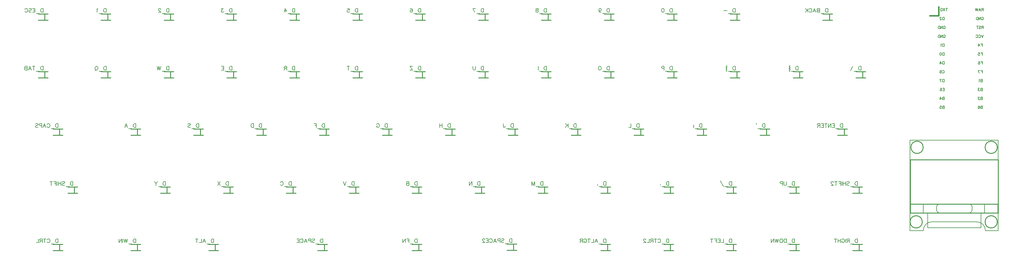
<source format=gbo>
G04 Layer: BottomSilkscreenLayer*
G04 EasyEDA v6.5.1, 2022-08-22 11:36:35*
G04 479a10040a424d6084b7507f6101f796,d603b60474844c32a05bd641800ef4e1,10*
G04 Gerber Generator version 0.2*
G04 Scale: 100 percent, Rotated: No, Reflected: No *
G04 Dimensions in millimeters *
G04 leading zeros omitted , absolute positions ,4 integer and 5 decimal *
%FSLAX45Y45*%
%MOMM*%

%ADD10C,0.2540*%
%ADD19C,0.1524*%
%ADD20C,0.1501*%
%ADD21C,0.3810*%

%LPD*%
D19*
X24683356Y6522278D02*
G01*
X24683356Y6413312D01*
X24683356Y6522278D02*
G01*
X24647032Y6522278D01*
X24631284Y6517198D01*
X24621126Y6506784D01*
X24615792Y6496370D01*
X24610712Y6480622D01*
X24610712Y6454714D01*
X24615792Y6439220D01*
X24621126Y6428806D01*
X24631284Y6418392D01*
X24647032Y6413312D01*
X24683356Y6413312D01*
X24576422Y6376736D02*
G01*
X24482696Y6376736D01*
X24448406Y6522278D02*
G01*
X24448406Y6413312D01*
X24448406Y6522278D02*
G01*
X24381096Y6522278D01*
X24448406Y6470462D02*
G01*
X24407004Y6470462D01*
X24448406Y6413312D02*
G01*
X24381096Y6413312D01*
X24346806Y6522278D02*
G01*
X24346806Y6413312D01*
X24346806Y6522278D02*
G01*
X24273908Y6413312D01*
X24273908Y6522278D02*
G01*
X24273908Y6413312D01*
X24203296Y6522278D02*
G01*
X24203296Y6413312D01*
X24239616Y6522278D02*
G01*
X24166974Y6522278D01*
X24132682Y6522278D02*
G01*
X24132682Y6413312D01*
X24132682Y6522278D02*
G01*
X24065120Y6522278D01*
X24132682Y6470462D02*
G01*
X24091028Y6470462D01*
X24132682Y6413312D02*
G01*
X24065120Y6413312D01*
X24030830Y6522278D02*
G01*
X24030830Y6413312D01*
X24030830Y6522278D02*
G01*
X23984094Y6522278D01*
X23968346Y6517198D01*
X23963264Y6511864D01*
X23958184Y6501450D01*
X23958184Y6491036D01*
X23963264Y6480622D01*
X23968346Y6475542D01*
X23984094Y6470462D01*
X24030830Y6470462D01*
X23994508Y6470462D02*
G01*
X23958184Y6413312D01*
X19808365Y9817270D02*
G01*
X19808365Y9708304D01*
X19808365Y9817270D02*
G01*
X19772043Y9817270D01*
X19756295Y9812190D01*
X19746135Y9801776D01*
X19740801Y9791362D01*
X19735721Y9775614D01*
X19735721Y9749706D01*
X19740801Y9734212D01*
X19746135Y9723798D01*
X19756295Y9713384D01*
X19772043Y9708304D01*
X19808365Y9708304D01*
X19701431Y9671728D02*
G01*
X19607705Y9671728D01*
X19542427Y9817270D02*
G01*
X19557921Y9812190D01*
X19568335Y9796442D01*
X19573415Y9770534D01*
X19573415Y9755040D01*
X19568335Y9728878D01*
X19557921Y9713384D01*
X19542427Y9708304D01*
X19532013Y9708304D01*
X19516265Y9713384D01*
X19506105Y9728878D01*
X19500771Y9755040D01*
X19500771Y9770534D01*
X19506105Y9796442D01*
X19516265Y9812190D01*
X19532013Y9817270D01*
X19542427Y9817270D01*
X3608397Y9817270D02*
G01*
X3608397Y9708304D01*
X3608397Y9817270D02*
G01*
X3572075Y9817270D01*
X3556327Y9812190D01*
X3546167Y9801776D01*
X3540833Y9791362D01*
X3535753Y9775614D01*
X3535753Y9749706D01*
X3540833Y9734212D01*
X3546167Y9723798D01*
X3556327Y9713384D01*
X3572075Y9708304D01*
X3608397Y9708304D01*
X3501463Y9671728D02*
G01*
X3407737Y9671728D01*
X3373447Y9796442D02*
G01*
X3363287Y9801776D01*
X3347539Y9817270D01*
X3347539Y9708304D01*
X5408394Y9817270D02*
G01*
X5408394Y9708304D01*
X5408394Y9817270D02*
G01*
X5372074Y9817270D01*
X5356324Y9812190D01*
X5346166Y9801776D01*
X5340832Y9791362D01*
X5335752Y9775614D01*
X5335752Y9749706D01*
X5340832Y9734212D01*
X5346166Y9723798D01*
X5356324Y9713384D01*
X5372074Y9708304D01*
X5408394Y9708304D01*
X5301460Y9671728D02*
G01*
X5207736Y9671728D01*
X5168366Y9791362D02*
G01*
X5168366Y9796442D01*
X5163286Y9806856D01*
X5157952Y9812190D01*
X5147538Y9817270D01*
X5126708Y9817270D01*
X5116294Y9812190D01*
X5111216Y9806856D01*
X5106136Y9796442D01*
X5106136Y9786028D01*
X5111216Y9775614D01*
X5121628Y9760120D01*
X5173444Y9708304D01*
X5100802Y9708304D01*
X7208390Y9817270D02*
G01*
X7208390Y9708304D01*
X7208390Y9817270D02*
G01*
X7172068Y9817270D01*
X7156320Y9812190D01*
X7146160Y9801776D01*
X7140826Y9791362D01*
X7135746Y9775614D01*
X7135746Y9749706D01*
X7140826Y9734212D01*
X7146160Y9723798D01*
X7156320Y9713384D01*
X7172068Y9708304D01*
X7208390Y9708304D01*
X7101456Y9671728D02*
G01*
X7007730Y9671728D01*
X6963280Y9817270D02*
G01*
X6906130Y9817270D01*
X6937118Y9775614D01*
X6921624Y9775614D01*
X6911210Y9770534D01*
X6906130Y9765454D01*
X6900796Y9749706D01*
X6900796Y9739292D01*
X6906130Y9723798D01*
X6916290Y9713384D01*
X6932038Y9708304D01*
X6947532Y9708304D01*
X6963280Y9713384D01*
X6968360Y9718464D01*
X6973440Y9728878D01*
X9008386Y9817270D02*
G01*
X9008386Y9708304D01*
X9008386Y9817270D02*
G01*
X8972064Y9817270D01*
X8956316Y9812190D01*
X8946156Y9801776D01*
X8940822Y9791362D01*
X8935742Y9775614D01*
X8935742Y9749706D01*
X8940822Y9734212D01*
X8946156Y9723798D01*
X8956316Y9713384D01*
X8972064Y9708304D01*
X9008386Y9708304D01*
X8901452Y9671728D02*
G01*
X8807726Y9671728D01*
X8721620Y9817270D02*
G01*
X8773436Y9744626D01*
X8695712Y9744626D01*
X8721620Y9817270D02*
G01*
X8721620Y9708304D01*
X10808383Y9817270D02*
G01*
X10808383Y9708304D01*
X10808383Y9817270D02*
G01*
X10772061Y9817270D01*
X10756313Y9812190D01*
X10746153Y9801776D01*
X10740819Y9791362D01*
X10735739Y9775614D01*
X10735739Y9749706D01*
X10740819Y9734212D01*
X10746153Y9723798D01*
X10756313Y9713384D01*
X10772061Y9708304D01*
X10808383Y9708304D01*
X10701449Y9671728D02*
G01*
X10607723Y9671728D01*
X10511203Y9817270D02*
G01*
X10563273Y9817270D01*
X10568353Y9770534D01*
X10563273Y9775614D01*
X10547525Y9780948D01*
X10532031Y9780948D01*
X10516283Y9775614D01*
X10506123Y9765454D01*
X10500789Y9749706D01*
X10500789Y9739292D01*
X10506123Y9723798D01*
X10516283Y9713384D01*
X10532031Y9708304D01*
X10547525Y9708304D01*
X10563273Y9713384D01*
X10568353Y9718464D01*
X10573433Y9728878D01*
X12608379Y9817270D02*
G01*
X12608379Y9708304D01*
X12608379Y9817270D02*
G01*
X12572057Y9817270D01*
X12556309Y9812190D01*
X12546149Y9801776D01*
X12540815Y9791362D01*
X12535735Y9775614D01*
X12535735Y9749706D01*
X12540815Y9734212D01*
X12546149Y9723798D01*
X12556309Y9713384D01*
X12572057Y9708304D01*
X12608379Y9708304D01*
X12501445Y9671728D02*
G01*
X12407719Y9671728D01*
X12311199Y9801776D02*
G01*
X12316279Y9812190D01*
X12332027Y9817270D01*
X12342441Y9817270D01*
X12357935Y9812190D01*
X12368349Y9796442D01*
X12373429Y9770534D01*
X12373429Y9744626D01*
X12368349Y9723798D01*
X12357935Y9713384D01*
X12342441Y9708304D01*
X12337107Y9708304D01*
X12321613Y9713384D01*
X12311199Y9723798D01*
X12306119Y9739292D01*
X12306119Y9744626D01*
X12311199Y9760120D01*
X12321613Y9770534D01*
X12337107Y9775614D01*
X12342441Y9775614D01*
X12357935Y9770534D01*
X12368349Y9760120D01*
X12373429Y9744626D01*
X14408376Y9817270D02*
G01*
X14408376Y9708304D01*
X14408376Y9817270D02*
G01*
X14372054Y9817270D01*
X14356306Y9812190D01*
X14346146Y9801776D01*
X14340812Y9791362D01*
X14335732Y9775614D01*
X14335732Y9749706D01*
X14340812Y9734212D01*
X14346146Y9723798D01*
X14356306Y9713384D01*
X14372054Y9708304D01*
X14408376Y9708304D01*
X14301442Y9671728D02*
G01*
X14207716Y9671728D01*
X14100782Y9817270D02*
G01*
X14152852Y9708304D01*
X14173426Y9817270D02*
G01*
X14100782Y9817270D01*
X16208372Y9817270D02*
G01*
X16208372Y9708304D01*
X16208372Y9817270D02*
G01*
X16172050Y9817270D01*
X16156302Y9812190D01*
X16146142Y9801776D01*
X16140808Y9791362D01*
X16135728Y9775614D01*
X16135728Y9749706D01*
X16140808Y9734212D01*
X16146142Y9723798D01*
X16156302Y9713384D01*
X16172050Y9708304D01*
X16208372Y9708304D01*
X16101438Y9671728D02*
G01*
X16007712Y9671728D01*
X15947514Y9817270D02*
G01*
X15963262Y9812190D01*
X15968342Y9801776D01*
X15968342Y9791362D01*
X15963262Y9780948D01*
X15952848Y9775614D01*
X15932020Y9770534D01*
X15916272Y9765454D01*
X15906112Y9755040D01*
X15900778Y9744626D01*
X15900778Y9728878D01*
X15906112Y9718464D01*
X15911192Y9713384D01*
X15926686Y9708304D01*
X15947514Y9708304D01*
X15963262Y9713384D01*
X15968342Y9718464D01*
X15973422Y9728878D01*
X15973422Y9744626D01*
X15968342Y9755040D01*
X15957928Y9765454D01*
X15942434Y9770534D01*
X15921606Y9775614D01*
X15911192Y9780948D01*
X15906112Y9791362D01*
X15906112Y9801776D01*
X15911192Y9812190D01*
X15926686Y9817270D01*
X15947514Y9817270D01*
X18008368Y9817270D02*
G01*
X18008368Y9708304D01*
X18008368Y9817270D02*
G01*
X17972046Y9817270D01*
X17956298Y9812190D01*
X17946138Y9801776D01*
X17940804Y9791362D01*
X17935724Y9775614D01*
X17935724Y9749706D01*
X17940804Y9734212D01*
X17946138Y9723798D01*
X17956298Y9713384D01*
X17972046Y9708304D01*
X18008368Y9708304D01*
X17901434Y9671728D02*
G01*
X17807708Y9671728D01*
X17706108Y9780948D02*
G01*
X17711188Y9765454D01*
X17721602Y9755040D01*
X17737096Y9749706D01*
X17742430Y9749706D01*
X17757924Y9755040D01*
X17768338Y9765454D01*
X17773418Y9780948D01*
X17773418Y9786028D01*
X17768338Y9801776D01*
X17757924Y9812190D01*
X17742430Y9817270D01*
X17737096Y9817270D01*
X17721602Y9812190D01*
X17711188Y9801776D01*
X17706108Y9780948D01*
X17706108Y9755040D01*
X17711188Y9728878D01*
X17721602Y9713384D01*
X17737096Y9708304D01*
X17747510Y9708304D01*
X17763258Y9713384D01*
X17768338Y9723798D01*
X22458359Y6522278D02*
G01*
X22458359Y6413312D01*
X22458359Y6522278D02*
G01*
X22422037Y6522278D01*
X22406289Y6517198D01*
X22396129Y6506784D01*
X22390795Y6496370D01*
X22385715Y6480622D01*
X22385715Y6454714D01*
X22390795Y6439220D01*
X22396129Y6428806D01*
X22406289Y6418392D01*
X22422037Y6413312D01*
X22458359Y6413312D01*
X22351425Y6376736D02*
G01*
X22257699Y6376736D01*
X22213249Y6537772D02*
G01*
X22213249Y6506784D01*
X17908369Y4862281D02*
G01*
X17908369Y4753315D01*
X17908369Y4862281D02*
G01*
X17872047Y4862281D01*
X17856299Y4857201D01*
X17846139Y4846787D01*
X17840805Y4836373D01*
X17835725Y4820625D01*
X17835725Y4794717D01*
X17840805Y4779223D01*
X17846139Y4768809D01*
X17856299Y4758395D01*
X17872047Y4753315D01*
X17908369Y4753315D01*
X17801435Y4716739D02*
G01*
X17707709Y4716739D01*
X17663259Y4773889D02*
G01*
X17668339Y4768809D01*
X17673419Y4773889D01*
X17668339Y4779223D01*
X17663259Y4773889D01*
X17663259Y4763475D01*
X17673419Y4753315D01*
X21608361Y9817270D02*
G01*
X21608361Y9708304D01*
X21608361Y9817270D02*
G01*
X21572039Y9817270D01*
X21556291Y9812190D01*
X21546131Y9801776D01*
X21540797Y9791362D01*
X21535717Y9775614D01*
X21535717Y9749706D01*
X21540797Y9734212D01*
X21546131Y9723798D01*
X21556291Y9713384D01*
X21572039Y9708304D01*
X21608361Y9708304D01*
X21501427Y9671728D02*
G01*
X21407701Y9671728D01*
X21373411Y9755040D02*
G01*
X21279939Y9755040D01*
X19708365Y4862281D02*
G01*
X19708365Y4753315D01*
X19708365Y4862281D02*
G01*
X19672043Y4862281D01*
X19656295Y4857201D01*
X19646135Y4846787D01*
X19640801Y4836373D01*
X19635721Y4820625D01*
X19635721Y4794717D01*
X19640801Y4779223D01*
X19646135Y4768809D01*
X19656295Y4758395D01*
X19672043Y4753315D01*
X19708365Y4753315D01*
X19601431Y4716739D02*
G01*
X19507705Y4716739D01*
X19468335Y4779223D02*
G01*
X19473415Y4773889D01*
X19468335Y4768809D01*
X19463255Y4773889D01*
X19468335Y4779223D01*
X21508361Y4862281D02*
G01*
X21508361Y4753315D01*
X21508361Y4862281D02*
G01*
X21472039Y4862281D01*
X21456291Y4857201D01*
X21446131Y4846787D01*
X21440797Y4836373D01*
X21435717Y4820625D01*
X21435717Y4794717D01*
X21440797Y4779223D01*
X21446131Y4768809D01*
X21456291Y4758395D01*
X21472039Y4753315D01*
X21508361Y4753315D01*
X21401427Y4716739D02*
G01*
X21307701Y4716739D01*
X21179939Y4883109D02*
G01*
X21273411Y4716739D01*
X20658363Y6522278D02*
G01*
X20658363Y6413312D01*
X20658363Y6522278D02*
G01*
X20622041Y6522278D01*
X20606293Y6517198D01*
X20596133Y6506784D01*
X20590799Y6496370D01*
X20585719Y6480622D01*
X20585719Y6454714D01*
X20590799Y6439220D01*
X20596133Y6428806D01*
X20606293Y6418392D01*
X20622041Y6413312D01*
X20658363Y6413312D01*
X20551429Y6376736D02*
G01*
X20457703Y6376736D01*
X20418333Y6475542D02*
G01*
X20423413Y6470462D01*
X20418333Y6465128D01*
X20413253Y6470462D01*
X20418333Y6475542D01*
X20413253Y6433886D02*
G01*
X20418333Y6428806D01*
X20423413Y6433886D01*
X20418333Y6439220D01*
X20413253Y6433886D01*
X20413253Y6423472D01*
X20423413Y6413312D01*
X4458395Y6522278D02*
G01*
X4458395Y6413312D01*
X4458395Y6522278D02*
G01*
X4422073Y6522278D01*
X4406325Y6517198D01*
X4396165Y6506784D01*
X4390831Y6496370D01*
X4385751Y6480622D01*
X4385751Y6454714D01*
X4390831Y6439220D01*
X4396165Y6428806D01*
X4406325Y6418392D01*
X4422073Y6413312D01*
X4458395Y6413312D01*
X4351461Y6376736D02*
G01*
X4257735Y6376736D01*
X4182043Y6522278D02*
G01*
X4223445Y6413312D01*
X4182043Y6522278D02*
G01*
X4140387Y6413312D01*
X4207951Y6449634D02*
G01*
X4156135Y6449634D01*
X6688404Y3222289D02*
G01*
X6688404Y3113323D01*
X6688404Y3222289D02*
G01*
X6652079Y3222289D01*
X6636334Y3217209D01*
X6626174Y3206795D01*
X6620840Y3196381D01*
X6615760Y3180633D01*
X6615760Y3154725D01*
X6620840Y3139231D01*
X6626174Y3128817D01*
X6636334Y3118403D01*
X6652079Y3113323D01*
X6688404Y3113323D01*
X6581470Y3076747D02*
G01*
X6487744Y3076747D01*
X6412052Y3222289D02*
G01*
X6453454Y3113323D01*
X6412052Y3222289D02*
G01*
X6370396Y3113323D01*
X6437960Y3149645D02*
G01*
X6386144Y3149645D01*
X6336106Y3222289D02*
G01*
X6336106Y3113323D01*
X6336106Y3113323D02*
G01*
X6273876Y3113323D01*
X6203261Y3222289D02*
G01*
X6203261Y3113323D01*
X6239586Y3222289D02*
G01*
X6166688Y3222289D01*
X17908369Y3222284D02*
G01*
X17908369Y3113318D01*
X17908369Y3222284D02*
G01*
X17872047Y3222284D01*
X17856299Y3217204D01*
X17846139Y3206790D01*
X17840805Y3196376D01*
X17835725Y3180628D01*
X17835725Y3154720D01*
X17840805Y3139226D01*
X17846139Y3128812D01*
X17856299Y3118398D01*
X17872047Y3113318D01*
X17908369Y3113318D01*
X17801435Y3076742D02*
G01*
X17707709Y3076742D01*
X17632017Y3222284D02*
G01*
X17673419Y3113318D01*
X17632017Y3222284D02*
G01*
X17590361Y3113318D01*
X17657925Y3149640D02*
G01*
X17606109Y3149640D01*
X17556071Y3222284D02*
G01*
X17556071Y3113318D01*
X17556071Y3113318D02*
G01*
X17493841Y3113318D01*
X17423229Y3222284D02*
G01*
X17423229Y3113318D01*
X17459551Y3222284D02*
G01*
X17386653Y3222284D01*
X17274639Y3196376D02*
G01*
X17279719Y3206790D01*
X17290133Y3217204D01*
X17300547Y3222284D01*
X17321375Y3222284D01*
X17331789Y3217204D01*
X17341949Y3206790D01*
X17347283Y3196376D01*
X17352363Y3180628D01*
X17352363Y3154720D01*
X17347283Y3139226D01*
X17341949Y3128812D01*
X17331789Y3118398D01*
X17321375Y3113318D01*
X17300547Y3113318D01*
X17290133Y3118398D01*
X17279719Y3128812D01*
X17274639Y3139226D01*
X17274639Y3154720D01*
X17300547Y3154720D02*
G01*
X17274639Y3154720D01*
X17240349Y3222284D02*
G01*
X17240349Y3113318D01*
X17240349Y3222284D02*
G01*
X17193359Y3222284D01*
X17177865Y3217204D01*
X17172785Y3211870D01*
X17167451Y3201456D01*
X17167451Y3191042D01*
X17172785Y3180628D01*
X17177865Y3175548D01*
X17193359Y3170468D01*
X17240349Y3170468D01*
X17203773Y3170468D02*
G01*
X17167451Y3113318D01*
X12508379Y4862281D02*
G01*
X12508379Y4753315D01*
X12508379Y4862281D02*
G01*
X12472057Y4862281D01*
X12456309Y4857201D01*
X12446149Y4846787D01*
X12440815Y4836373D01*
X12435735Y4820625D01*
X12435735Y4794717D01*
X12440815Y4779223D01*
X12446149Y4768809D01*
X12456309Y4758395D01*
X12472057Y4753315D01*
X12508379Y4753315D01*
X12401445Y4716739D02*
G01*
X12307719Y4716739D01*
X12273429Y4862281D02*
G01*
X12273429Y4753315D01*
X12273429Y4862281D02*
G01*
X12226693Y4862281D01*
X12211199Y4857201D01*
X12206119Y4851867D01*
X12200785Y4841453D01*
X12200785Y4831039D01*
X12206119Y4820625D01*
X12211199Y4815545D01*
X12226693Y4810465D01*
X12273429Y4810465D02*
G01*
X12226693Y4810465D01*
X12211199Y4805131D01*
X12206119Y4800051D01*
X12200785Y4789637D01*
X12200785Y4773889D01*
X12206119Y4763475D01*
X12211199Y4758395D01*
X12226693Y4753315D01*
X12273429Y4753315D01*
X24258356Y9817270D02*
G01*
X24258356Y9708304D01*
X24258356Y9817270D02*
G01*
X24222034Y9817270D01*
X24206286Y9812190D01*
X24196126Y9801776D01*
X24190792Y9791362D01*
X24185712Y9775614D01*
X24185712Y9749706D01*
X24190792Y9734212D01*
X24196126Y9723798D01*
X24206286Y9713384D01*
X24222034Y9708304D01*
X24258356Y9708304D01*
X24151422Y9671728D02*
G01*
X24057696Y9671728D01*
X24023406Y9817270D02*
G01*
X24023406Y9708304D01*
X24023406Y9817270D02*
G01*
X23976670Y9817270D01*
X23961176Y9812190D01*
X23956096Y9806856D01*
X23950762Y9796442D01*
X23950762Y9786028D01*
X23956096Y9775614D01*
X23961176Y9770534D01*
X23976670Y9765454D01*
X24023406Y9765454D02*
G01*
X23976670Y9765454D01*
X23961176Y9760120D01*
X23956096Y9755040D01*
X23950762Y9744626D01*
X23950762Y9728878D01*
X23956096Y9718464D01*
X23961176Y9713384D01*
X23976670Y9708304D01*
X24023406Y9708304D01*
X23874816Y9817270D02*
G01*
X23916472Y9708304D01*
X23874816Y9817270D02*
G01*
X23833414Y9708304D01*
X23900978Y9744626D02*
G01*
X23848908Y9744626D01*
X23721146Y9791362D02*
G01*
X23726226Y9801776D01*
X23736640Y9812190D01*
X23747054Y9817270D01*
X23767882Y9817270D01*
X23778296Y9812190D01*
X23788710Y9801776D01*
X23793790Y9791362D01*
X23799124Y9775614D01*
X23799124Y9749706D01*
X23793790Y9734212D01*
X23788710Y9723798D01*
X23778296Y9713384D01*
X23767882Y9708304D01*
X23747054Y9708304D01*
X23736640Y9713384D01*
X23726226Y9723798D01*
X23721146Y9734212D01*
X23686856Y9817270D02*
G01*
X23686856Y9708304D01*
X23614212Y9817270D02*
G01*
X23686856Y9744626D01*
X23660948Y9770534D02*
G01*
X23614212Y9708304D01*
X8908387Y4862281D02*
G01*
X8908387Y4753315D01*
X8908387Y4862281D02*
G01*
X8872065Y4862281D01*
X8856317Y4857201D01*
X8846157Y4846787D01*
X8840823Y4836373D01*
X8835743Y4820625D01*
X8835743Y4794717D01*
X8840823Y4779223D01*
X8846157Y4768809D01*
X8856317Y4758395D01*
X8872065Y4753315D01*
X8908387Y4753315D01*
X8801453Y4716739D02*
G01*
X8707727Y4716739D01*
X8595713Y4836373D02*
G01*
X8600793Y4846787D01*
X8611207Y4857201D01*
X8621621Y4862281D01*
X8642449Y4862281D01*
X8652863Y4857201D01*
X8663277Y4846787D01*
X8668357Y4836373D01*
X8673437Y4820625D01*
X8673437Y4794717D01*
X8668357Y4779223D01*
X8663277Y4768809D01*
X8652863Y4758395D01*
X8642449Y4753315D01*
X8621621Y4753315D01*
X8611207Y4758395D01*
X8600793Y4768809D01*
X8595713Y4779223D01*
X2233401Y6522278D02*
G01*
X2233401Y6413312D01*
X2233401Y6522278D02*
G01*
X2197079Y6522278D01*
X2181331Y6517198D01*
X2171171Y6506784D01*
X2165837Y6496370D01*
X2160757Y6480622D01*
X2160757Y6454714D01*
X2165837Y6439220D01*
X2171171Y6428806D01*
X2181331Y6418392D01*
X2197079Y6413312D01*
X2233401Y6413312D01*
X2126467Y6376736D02*
G01*
X2032741Y6376736D01*
X1920727Y6496370D02*
G01*
X1925807Y6506784D01*
X1936221Y6517198D01*
X1946635Y6522278D01*
X1967463Y6522278D01*
X1977877Y6517198D01*
X1988291Y6506784D01*
X1993371Y6496370D01*
X1998451Y6480622D01*
X1998451Y6454714D01*
X1993371Y6439220D01*
X1988291Y6428806D01*
X1977877Y6418392D01*
X1967463Y6413312D01*
X1946635Y6413312D01*
X1936221Y6418392D01*
X1925807Y6428806D01*
X1920727Y6439220D01*
X1844781Y6522278D02*
G01*
X1886437Y6413312D01*
X1844781Y6522278D02*
G01*
X1803125Y6413312D01*
X1870689Y6449634D02*
G01*
X1818873Y6449634D01*
X1768835Y6522278D02*
G01*
X1768835Y6413312D01*
X1768835Y6522278D02*
G01*
X1722099Y6522278D01*
X1706605Y6517198D01*
X1701271Y6511864D01*
X1696191Y6501450D01*
X1696191Y6485956D01*
X1701271Y6475542D01*
X1706605Y6470462D01*
X1722099Y6465128D01*
X1768835Y6465128D01*
X1589257Y6506784D02*
G01*
X1599671Y6517198D01*
X1615165Y6522278D01*
X1635993Y6522278D01*
X1651487Y6517198D01*
X1661901Y6506784D01*
X1661901Y6496370D01*
X1656821Y6485956D01*
X1651487Y6480622D01*
X1641073Y6475542D01*
X1609831Y6465128D01*
X1599671Y6460048D01*
X1594337Y6454714D01*
X1589257Y6444300D01*
X1589257Y6428806D01*
X1599671Y6418392D01*
X1615165Y6413312D01*
X1635993Y6413312D01*
X1651487Y6418392D01*
X1661901Y6428806D01*
X2233401Y3222284D02*
G01*
X2233401Y3113318D01*
X2233401Y3222284D02*
G01*
X2197079Y3222284D01*
X2181331Y3217204D01*
X2171171Y3206790D01*
X2165837Y3196376D01*
X2160757Y3180628D01*
X2160757Y3154720D01*
X2165837Y3139226D01*
X2171171Y3128812D01*
X2181331Y3118398D01*
X2197079Y3113318D01*
X2233401Y3113318D01*
X2126467Y3076742D02*
G01*
X2032741Y3076742D01*
X1920727Y3196376D02*
G01*
X1925807Y3206790D01*
X1936221Y3217204D01*
X1946635Y3222284D01*
X1967463Y3222284D01*
X1977877Y3217204D01*
X1988291Y3206790D01*
X1993371Y3196376D01*
X1998451Y3180628D01*
X1998451Y3154720D01*
X1993371Y3139226D01*
X1988291Y3128812D01*
X1977877Y3118398D01*
X1967463Y3113318D01*
X1946635Y3113318D01*
X1936221Y3118398D01*
X1925807Y3128812D01*
X1920727Y3139226D01*
X1849861Y3222284D02*
G01*
X1849861Y3113318D01*
X1886437Y3222284D02*
G01*
X1813539Y3222284D01*
X1779249Y3222284D02*
G01*
X1779249Y3113318D01*
X1779249Y3222284D02*
G01*
X1732513Y3222284D01*
X1717019Y3217204D01*
X1711685Y3211870D01*
X1706605Y3201456D01*
X1706605Y3191042D01*
X1711685Y3180628D01*
X1717019Y3175548D01*
X1732513Y3170468D01*
X1779249Y3170468D01*
X1742927Y3170468D02*
G01*
X1706605Y3113318D01*
X1672315Y3222284D02*
G01*
X1672315Y3113318D01*
X1672315Y3113318D02*
G01*
X1609831Y3113318D01*
X19708365Y3222284D02*
G01*
X19708365Y3113318D01*
X19708365Y3222284D02*
G01*
X19672043Y3222284D01*
X19656295Y3217204D01*
X19646135Y3206790D01*
X19640801Y3196376D01*
X19635721Y3180628D01*
X19635721Y3154720D01*
X19640801Y3139226D01*
X19646135Y3128812D01*
X19656295Y3118398D01*
X19672043Y3113318D01*
X19708365Y3113318D01*
X19601431Y3076742D02*
G01*
X19507705Y3076742D01*
X19395691Y3196376D02*
G01*
X19400771Y3206790D01*
X19411185Y3217204D01*
X19421599Y3222284D01*
X19442427Y3222284D01*
X19452841Y3217204D01*
X19463255Y3206790D01*
X19468335Y3196376D01*
X19473415Y3180628D01*
X19473415Y3154720D01*
X19468335Y3139226D01*
X19463255Y3128812D01*
X19452841Y3118398D01*
X19442427Y3113318D01*
X19421599Y3113318D01*
X19411185Y3118398D01*
X19400771Y3128812D01*
X19395691Y3139226D01*
X19324825Y3222284D02*
G01*
X19324825Y3113318D01*
X19361401Y3222284D02*
G01*
X19288503Y3222284D01*
X19254213Y3222284D02*
G01*
X19254213Y3113318D01*
X19254213Y3222284D02*
G01*
X19207477Y3222284D01*
X19191983Y3217204D01*
X19186649Y3211870D01*
X19181569Y3201456D01*
X19181569Y3191042D01*
X19186649Y3180628D01*
X19191983Y3175548D01*
X19207477Y3170468D01*
X19254213Y3170468D01*
X19217891Y3170468D02*
G01*
X19181569Y3113318D01*
X19147279Y3222284D02*
G01*
X19147279Y3113318D01*
X19147279Y3113318D02*
G01*
X19084795Y3113318D01*
X19045425Y3196376D02*
G01*
X19045425Y3201456D01*
X19040345Y3211870D01*
X19035011Y3217204D01*
X19024597Y3222284D01*
X19003769Y3222284D01*
X18993355Y3217204D01*
X18988275Y3211870D01*
X18983195Y3201456D01*
X18983195Y3191042D01*
X18988275Y3180628D01*
X18998689Y3165134D01*
X19050505Y3113318D01*
X18977861Y3113318D01*
X8058388Y6522278D02*
G01*
X8058388Y6413312D01*
X8058388Y6522278D02*
G01*
X8022066Y6522278D01*
X8006318Y6517198D01*
X7996158Y6506784D01*
X7990824Y6496370D01*
X7985744Y6480622D01*
X7985744Y6454714D01*
X7990824Y6439220D01*
X7996158Y6428806D01*
X8006318Y6418392D01*
X8022066Y6413312D01*
X8058388Y6413312D01*
X7951454Y6376736D02*
G01*
X7857728Y6376736D01*
X7823438Y6522278D02*
G01*
X7823438Y6413312D01*
X7823438Y6522278D02*
G01*
X7787116Y6522278D01*
X7771622Y6517198D01*
X7761208Y6506784D01*
X7756128Y6496370D01*
X7750794Y6480622D01*
X7750794Y6454714D01*
X7756128Y6439220D01*
X7761208Y6428806D01*
X7771622Y6418392D01*
X7787116Y6413312D01*
X7823438Y6413312D01*
X23308358Y3222284D02*
G01*
X23308358Y3113318D01*
X23308358Y3222284D02*
G01*
X23272036Y3222284D01*
X23256288Y3217204D01*
X23246128Y3206790D01*
X23240794Y3196376D01*
X23235714Y3180628D01*
X23235714Y3154720D01*
X23240794Y3139226D01*
X23246128Y3128812D01*
X23256288Y3118398D01*
X23272036Y3113318D01*
X23308358Y3113318D01*
X23201424Y3076742D02*
G01*
X23107698Y3076742D01*
X23073408Y3222284D02*
G01*
X23073408Y3113318D01*
X23073408Y3222284D02*
G01*
X23037086Y3222284D01*
X23021592Y3217204D01*
X23011178Y3206790D01*
X23006098Y3196376D01*
X23000764Y3180628D01*
X23000764Y3154720D01*
X23006098Y3139226D01*
X23011178Y3128812D01*
X23021592Y3118398D01*
X23037086Y3113318D01*
X23073408Y3113318D01*
X22935232Y3222284D02*
G01*
X22945646Y3217204D01*
X22956060Y3206790D01*
X22961394Y3196376D01*
X22966474Y3180628D01*
X22966474Y3154720D01*
X22961394Y3139226D01*
X22956060Y3128812D01*
X22945646Y3118398D01*
X22935232Y3113318D01*
X22914658Y3113318D01*
X22904244Y3118398D01*
X22893830Y3128812D01*
X22888496Y3139226D01*
X22883416Y3154720D01*
X22883416Y3180628D01*
X22888496Y3196376D01*
X22893830Y3206790D01*
X22904244Y3217204D01*
X22914658Y3222284D01*
X22935232Y3222284D01*
X22849126Y3222284D02*
G01*
X22823218Y3113318D01*
X22797056Y3222284D02*
G01*
X22823218Y3113318D01*
X22797056Y3222284D02*
G01*
X22771148Y3113318D01*
X22745240Y3222284D02*
G01*
X22771148Y3113318D01*
X22710950Y3222284D02*
G01*
X22710950Y3113318D01*
X22710950Y3222284D02*
G01*
X22638052Y3113318D01*
X22638052Y3222284D02*
G01*
X22638052Y3113318D01*
X7208390Y8162274D02*
G01*
X7208390Y8053308D01*
X7208390Y8162274D02*
G01*
X7172068Y8162274D01*
X7156320Y8157194D01*
X7146160Y8146780D01*
X7140826Y8136366D01*
X7135746Y8120618D01*
X7135746Y8094710D01*
X7140826Y8079216D01*
X7146160Y8068802D01*
X7156320Y8058388D01*
X7172068Y8053308D01*
X7208390Y8053308D01*
X7101456Y8016732D02*
G01*
X7007730Y8016732D01*
X6973440Y8162274D02*
G01*
X6973440Y8053308D01*
X6973440Y8162274D02*
G01*
X6906130Y8162274D01*
X6973440Y8110458D02*
G01*
X6932038Y8110458D01*
X6973440Y8053308D02*
G01*
X6906130Y8053308D01*
X1808401Y9817270D02*
G01*
X1808401Y9708304D01*
X1808401Y9817270D02*
G01*
X1772079Y9817270D01*
X1756331Y9812190D01*
X1746171Y9801776D01*
X1740837Y9791362D01*
X1735757Y9775614D01*
X1735757Y9749706D01*
X1740837Y9734212D01*
X1746171Y9723798D01*
X1756331Y9713384D01*
X1772079Y9708304D01*
X1808401Y9708304D01*
X1701467Y9671728D02*
G01*
X1607741Y9671728D01*
X1573451Y9817270D02*
G01*
X1573451Y9708304D01*
X1573451Y9817270D02*
G01*
X1506141Y9817270D01*
X1573451Y9765456D02*
G01*
X1532049Y9765456D01*
X1573451Y9708304D02*
G01*
X1506141Y9708304D01*
X1398953Y9801776D02*
G01*
X1409367Y9812190D01*
X1424861Y9817270D01*
X1445689Y9817270D01*
X1461437Y9812190D01*
X1471851Y9801776D01*
X1471851Y9791362D01*
X1466517Y9780948D01*
X1461437Y9775614D01*
X1451023Y9770534D01*
X1419781Y9760120D01*
X1409367Y9755040D01*
X1404287Y9749706D01*
X1398953Y9739292D01*
X1398953Y9723798D01*
X1409367Y9713384D01*
X1424861Y9708304D01*
X1445689Y9708304D01*
X1461437Y9713384D01*
X1471851Y9723798D01*
X1286685Y9791362D02*
G01*
X1292019Y9801776D01*
X1302433Y9812190D01*
X1312847Y9817270D01*
X1333421Y9817270D01*
X1343835Y9812190D01*
X1354249Y9801776D01*
X1359583Y9791362D01*
X1364663Y9775614D01*
X1364663Y9749706D01*
X1359583Y9734212D01*
X1354249Y9723798D01*
X1343835Y9713384D01*
X1333421Y9708304D01*
X1312847Y9708304D01*
X1302433Y9713384D01*
X1292019Y9723798D01*
X1286685Y9734212D01*
X9858385Y6522278D02*
G01*
X9858385Y6413312D01*
X9858385Y6522278D02*
G01*
X9822063Y6522278D01*
X9806315Y6517198D01*
X9796155Y6506784D01*
X9790821Y6496370D01*
X9785741Y6480622D01*
X9785741Y6454714D01*
X9790821Y6439220D01*
X9796155Y6428806D01*
X9806315Y6418392D01*
X9822063Y6413312D01*
X9858385Y6413312D01*
X9751451Y6376736D02*
G01*
X9657725Y6376736D01*
X9623435Y6522278D02*
G01*
X9623435Y6413312D01*
X9623435Y6522278D02*
G01*
X9556125Y6522278D01*
X9623435Y6470462D02*
G01*
X9582033Y6470462D01*
X12508379Y3222284D02*
G01*
X12508379Y3113318D01*
X12508379Y3222284D02*
G01*
X12472057Y3222284D01*
X12456309Y3217204D01*
X12446149Y3206790D01*
X12440815Y3196376D01*
X12435735Y3180628D01*
X12435735Y3154720D01*
X12440815Y3139226D01*
X12446149Y3128812D01*
X12456309Y3118398D01*
X12472057Y3113318D01*
X12508379Y3113318D01*
X12401445Y3076742D02*
G01*
X12307719Y3076742D01*
X12273429Y3222284D02*
G01*
X12273429Y3113318D01*
X12273429Y3222284D02*
G01*
X12206119Y3222284D01*
X12273429Y3170468D02*
G01*
X12232027Y3170468D01*
X12171829Y3222284D02*
G01*
X12171829Y3113318D01*
X12171829Y3222284D02*
G01*
X12098931Y3113318D01*
X12098931Y3222284D02*
G01*
X12098931Y3113318D01*
X11658381Y6522278D02*
G01*
X11658381Y6413312D01*
X11658381Y6522278D02*
G01*
X11622059Y6522278D01*
X11606311Y6517198D01*
X11596151Y6506784D01*
X11590817Y6496370D01*
X11585737Y6480622D01*
X11585737Y6454714D01*
X11590817Y6439220D01*
X11596151Y6428806D01*
X11606311Y6418392D01*
X11622059Y6413312D01*
X11658381Y6413312D01*
X11551447Y6376736D02*
G01*
X11457721Y6376736D01*
X11345707Y6496370D02*
G01*
X11350787Y6506784D01*
X11361201Y6517198D01*
X11371615Y6522278D01*
X11392443Y6522278D01*
X11402857Y6517198D01*
X11413271Y6506784D01*
X11418351Y6496370D01*
X11423431Y6480622D01*
X11423431Y6454714D01*
X11418351Y6439220D01*
X11413271Y6428806D01*
X11402857Y6418392D01*
X11392443Y6413312D01*
X11371615Y6413312D01*
X11361201Y6418392D01*
X11350787Y6428806D01*
X11345707Y6439220D01*
X11345707Y6454714D01*
X11371615Y6454714D02*
G01*
X11345707Y6454714D01*
X13458377Y6522278D02*
G01*
X13458377Y6413312D01*
X13458377Y6522278D02*
G01*
X13422055Y6522278D01*
X13406307Y6517198D01*
X13396147Y6506784D01*
X13390813Y6496370D01*
X13385733Y6480622D01*
X13385733Y6454714D01*
X13390813Y6439220D01*
X13396147Y6428806D01*
X13406307Y6418392D01*
X13422055Y6413312D01*
X13458377Y6413312D01*
X13351443Y6376736D02*
G01*
X13257717Y6376736D01*
X13223427Y6522278D02*
G01*
X13223427Y6413312D01*
X13150783Y6522278D02*
G01*
X13150783Y6413312D01*
X13223427Y6470462D02*
G01*
X13150783Y6470462D01*
X16208372Y8162274D02*
G01*
X16208372Y8053308D01*
X16208372Y8162274D02*
G01*
X16172050Y8162274D01*
X16156302Y8157194D01*
X16146142Y8146780D01*
X16140808Y8136366D01*
X16135728Y8120618D01*
X16135728Y8094710D01*
X16140808Y8079216D01*
X16146142Y8068802D01*
X16156302Y8058388D01*
X16172050Y8053308D01*
X16208372Y8053308D01*
X16101438Y8016732D02*
G01*
X16007712Y8016732D01*
X15973422Y8162274D02*
G01*
X15973422Y8053308D01*
X15258374Y6522278D02*
G01*
X15258374Y6413312D01*
X15258374Y6522278D02*
G01*
X15222052Y6522278D01*
X15206304Y6517198D01*
X15196144Y6506784D01*
X15190810Y6496370D01*
X15185730Y6480622D01*
X15185730Y6454714D01*
X15190810Y6439220D01*
X15196144Y6428806D01*
X15206304Y6418392D01*
X15222052Y6413312D01*
X15258374Y6413312D01*
X15151440Y6376736D02*
G01*
X15057714Y6376736D01*
X14971608Y6522278D02*
G01*
X14971608Y6439220D01*
X14976688Y6423472D01*
X14982022Y6418392D01*
X14992436Y6413312D01*
X15002850Y6413312D01*
X15013264Y6418392D01*
X15018344Y6423472D01*
X15023424Y6439220D01*
X15023424Y6449634D01*
X17058370Y6522278D02*
G01*
X17058370Y6413312D01*
X17058370Y6522278D02*
G01*
X17022048Y6522278D01*
X17006300Y6517198D01*
X16996140Y6506784D01*
X16990806Y6496370D01*
X16985726Y6480622D01*
X16985726Y6454714D01*
X16990806Y6439220D01*
X16996140Y6428806D01*
X17006300Y6418392D01*
X17022048Y6413312D01*
X17058370Y6413312D01*
X16951436Y6376736D02*
G01*
X16857710Y6376736D01*
X16823420Y6522278D02*
G01*
X16823420Y6413312D01*
X16750776Y6522278D02*
G01*
X16823420Y6449634D01*
X16797512Y6475542D02*
G01*
X16750776Y6413312D01*
X18858367Y6522278D02*
G01*
X18858367Y6413312D01*
X18858367Y6522278D02*
G01*
X18822045Y6522278D01*
X18806297Y6517198D01*
X18796137Y6506784D01*
X18790803Y6496370D01*
X18785723Y6480622D01*
X18785723Y6454714D01*
X18790803Y6439220D01*
X18796137Y6428806D01*
X18806297Y6418392D01*
X18822045Y6413312D01*
X18858367Y6413312D01*
X18751433Y6376736D02*
G01*
X18657707Y6376736D01*
X18623417Y6522278D02*
G01*
X18623417Y6413312D01*
X18623417Y6413312D02*
G01*
X18561187Y6413312D01*
X21508361Y3222284D02*
G01*
X21508361Y3113318D01*
X21508361Y3222284D02*
G01*
X21472039Y3222284D01*
X21456291Y3217204D01*
X21446131Y3206790D01*
X21440797Y3196376D01*
X21435717Y3180628D01*
X21435717Y3154720D01*
X21440797Y3139226D01*
X21446131Y3128812D01*
X21456291Y3118398D01*
X21472039Y3113318D01*
X21508361Y3113318D01*
X21401427Y3076742D02*
G01*
X21307701Y3076742D01*
X21273411Y3222284D02*
G01*
X21273411Y3113318D01*
X21273411Y3113318D02*
G01*
X21211181Y3113318D01*
X21176891Y3222284D02*
G01*
X21176891Y3113318D01*
X21176891Y3222284D02*
G01*
X21109327Y3222284D01*
X21176891Y3170468D02*
G01*
X21135235Y3170468D01*
X21176891Y3113318D02*
G01*
X21109327Y3113318D01*
X21075037Y3222284D02*
G01*
X21075037Y3113318D01*
X21075037Y3222284D02*
G01*
X21007473Y3222284D01*
X21075037Y3170468D02*
G01*
X21033381Y3170468D01*
X20936861Y3222284D02*
G01*
X20936861Y3113318D01*
X20973183Y3222284D02*
G01*
X20900539Y3222284D01*
X16108372Y4862281D02*
G01*
X16108372Y4753315D01*
X16108372Y4862281D02*
G01*
X16072050Y4862281D01*
X16056302Y4857201D01*
X16046142Y4846787D01*
X16040808Y4836373D01*
X16035728Y4820625D01*
X16035728Y4794717D01*
X16040808Y4779223D01*
X16046142Y4768809D01*
X16056302Y4758395D01*
X16072050Y4753315D01*
X16108372Y4753315D01*
X16001438Y4716739D02*
G01*
X15907712Y4716739D01*
X15873422Y4862281D02*
G01*
X15873422Y4753315D01*
X15873422Y4862281D02*
G01*
X15832020Y4753315D01*
X15790364Y4862281D02*
G01*
X15832020Y4753315D01*
X15790364Y4862281D02*
G01*
X15790364Y4753315D01*
X14308376Y4862281D02*
G01*
X14308376Y4753315D01*
X14308376Y4862281D02*
G01*
X14272054Y4862281D01*
X14256306Y4857201D01*
X14246146Y4846787D01*
X14240812Y4836373D01*
X14235732Y4820625D01*
X14235732Y4794717D01*
X14240812Y4779223D01*
X14246146Y4768809D01*
X14256306Y4758395D01*
X14272054Y4753315D01*
X14308376Y4753315D01*
X14201442Y4716739D02*
G01*
X14107716Y4716739D01*
X14073426Y4862281D02*
G01*
X14073426Y4753315D01*
X14073426Y4862281D02*
G01*
X14000782Y4753315D01*
X14000782Y4862281D02*
G01*
X14000782Y4753315D01*
X18008368Y8162274D02*
G01*
X18008368Y8053308D01*
X18008368Y8162274D02*
G01*
X17972046Y8162274D01*
X17956298Y8157194D01*
X17946138Y8146780D01*
X17940804Y8136366D01*
X17935724Y8120618D01*
X17935724Y8094710D01*
X17940804Y8079216D01*
X17946138Y8068802D01*
X17956298Y8058388D01*
X17972046Y8053308D01*
X18008368Y8053308D01*
X17901434Y8016732D02*
G01*
X17807708Y8016732D01*
X17742430Y8162274D02*
G01*
X17752844Y8157194D01*
X17763258Y8146780D01*
X17768338Y8136366D01*
X17773418Y8120618D01*
X17773418Y8094710D01*
X17768338Y8079216D01*
X17763258Y8068802D01*
X17752844Y8058388D01*
X17742430Y8053308D01*
X17721602Y8053308D01*
X17711188Y8058388D01*
X17700774Y8068802D01*
X17695694Y8079216D01*
X17690360Y8094710D01*
X17690360Y8120618D01*
X17695694Y8136366D01*
X17700774Y8146780D01*
X17711188Y8157194D01*
X17721602Y8162274D01*
X17742430Y8162274D01*
X19808365Y8162274D02*
G01*
X19808365Y8053308D01*
X19808365Y8162274D02*
G01*
X19772043Y8162274D01*
X19756295Y8157194D01*
X19746135Y8146780D01*
X19740801Y8136366D01*
X19735721Y8120618D01*
X19735721Y8094710D01*
X19740801Y8079216D01*
X19746135Y8068802D01*
X19756295Y8058388D01*
X19772043Y8053308D01*
X19808365Y8053308D01*
X19701431Y8016732D02*
G01*
X19607705Y8016732D01*
X19573415Y8162274D02*
G01*
X19573415Y8053308D01*
X19573415Y8162274D02*
G01*
X19526679Y8162274D01*
X19511185Y8157194D01*
X19506105Y8151860D01*
X19500771Y8141446D01*
X19500771Y8125952D01*
X19506105Y8115538D01*
X19511185Y8110458D01*
X19526679Y8105124D01*
X19573415Y8105124D01*
X3608397Y8162274D02*
G01*
X3608397Y8053308D01*
X3608397Y8162274D02*
G01*
X3572075Y8162274D01*
X3556327Y8157194D01*
X3546167Y8146780D01*
X3540833Y8136366D01*
X3535753Y8120618D01*
X3535753Y8094710D01*
X3540833Y8079216D01*
X3546167Y8068802D01*
X3556327Y8058388D01*
X3572075Y8053308D01*
X3608397Y8053308D01*
X3501463Y8016732D02*
G01*
X3407737Y8016732D01*
X3342459Y8162274D02*
G01*
X3352873Y8157194D01*
X3363287Y8146780D01*
X3368367Y8136366D01*
X3373447Y8120618D01*
X3373447Y8094710D01*
X3368367Y8079216D01*
X3363287Y8068802D01*
X3352873Y8058388D01*
X3342459Y8053308D01*
X3321631Y8053308D01*
X3311217Y8058388D01*
X3300803Y8068802D01*
X3295723Y8079216D01*
X3290389Y8094710D01*
X3290389Y8120618D01*
X3295723Y8136366D01*
X3300803Y8146780D01*
X3311217Y8157194D01*
X3321631Y8162274D01*
X3342459Y8162274D01*
X3326711Y8073882D02*
G01*
X3295723Y8042894D01*
X9008386Y8162274D02*
G01*
X9008386Y8053308D01*
X9008386Y8162274D02*
G01*
X8972064Y8162274D01*
X8956316Y8157194D01*
X8946156Y8146780D01*
X8940822Y8136366D01*
X8935742Y8120618D01*
X8935742Y8094710D01*
X8940822Y8079216D01*
X8946156Y8068802D01*
X8956316Y8058388D01*
X8972064Y8053308D01*
X9008386Y8053308D01*
X8901452Y8016732D02*
G01*
X8807726Y8016732D01*
X8773436Y8162274D02*
G01*
X8773436Y8053308D01*
X8773436Y8162274D02*
G01*
X8726700Y8162274D01*
X8711206Y8157194D01*
X8706126Y8151860D01*
X8700792Y8141446D01*
X8700792Y8131032D01*
X8706126Y8120618D01*
X8711206Y8115538D01*
X8726700Y8110458D01*
X8773436Y8110458D01*
X8737114Y8110458D02*
G01*
X8700792Y8053308D01*
X25108354Y3222284D02*
G01*
X25108354Y3113318D01*
X25108354Y3222284D02*
G01*
X25072032Y3222284D01*
X25056284Y3217204D01*
X25046124Y3206790D01*
X25040790Y3196376D01*
X25035710Y3180628D01*
X25035710Y3154720D01*
X25040790Y3139226D01*
X25046124Y3128812D01*
X25056284Y3118398D01*
X25072032Y3113318D01*
X25108354Y3113318D01*
X25001420Y3076742D02*
G01*
X24907694Y3076742D01*
X24873404Y3222284D02*
G01*
X24873404Y3113318D01*
X24873404Y3222284D02*
G01*
X24826668Y3222284D01*
X24811174Y3217204D01*
X24806094Y3211870D01*
X24800760Y3201456D01*
X24800760Y3191042D01*
X24806094Y3180628D01*
X24811174Y3175548D01*
X24826668Y3170468D01*
X24873404Y3170468D01*
X24837082Y3170468D02*
G01*
X24800760Y3113318D01*
X24766470Y3222284D02*
G01*
X24766470Y3113318D01*
X24654202Y3196376D02*
G01*
X24659536Y3206790D01*
X24669950Y3217204D01*
X24680364Y3222284D01*
X24700938Y3222284D01*
X24711352Y3217204D01*
X24721766Y3206790D01*
X24727100Y3196376D01*
X24732180Y3180628D01*
X24732180Y3154720D01*
X24727100Y3139226D01*
X24721766Y3128812D01*
X24711352Y3118398D01*
X24700938Y3113318D01*
X24680364Y3113318D01*
X24669950Y3118398D01*
X24659536Y3128812D01*
X24654202Y3139226D01*
X24654202Y3154720D01*
X24680364Y3154720D02*
G01*
X24654202Y3154720D01*
X24619912Y3222284D02*
G01*
X24619912Y3113318D01*
X24547268Y3222284D02*
G01*
X24547268Y3113318D01*
X24619912Y3170468D02*
G01*
X24547268Y3170468D01*
X24476656Y3222284D02*
G01*
X24476656Y3113318D01*
X24512978Y3222284D02*
G01*
X24440334Y3222284D01*
X6258392Y6522278D02*
G01*
X6258392Y6413312D01*
X6258392Y6522278D02*
G01*
X6222070Y6522278D01*
X6206322Y6517198D01*
X6196162Y6506784D01*
X6190828Y6496370D01*
X6185748Y6480622D01*
X6185748Y6454714D01*
X6190828Y6439220D01*
X6196162Y6428806D01*
X6206322Y6418392D01*
X6222070Y6413312D01*
X6258392Y6413312D01*
X6151458Y6376736D02*
G01*
X6057732Y6376736D01*
X5950798Y6506784D02*
G01*
X5961212Y6517198D01*
X5976706Y6522278D01*
X5997534Y6522278D01*
X6013282Y6517198D01*
X6023442Y6506784D01*
X6023442Y6496370D01*
X6018362Y6485956D01*
X6013282Y6480622D01*
X6002868Y6475542D01*
X5971626Y6465128D01*
X5961212Y6460048D01*
X5956132Y6454714D01*
X5950798Y6444300D01*
X5950798Y6428806D01*
X5961212Y6418392D01*
X5976706Y6413312D01*
X5997534Y6413312D01*
X6013282Y6418392D01*
X6023442Y6428806D01*
X2658399Y4862281D02*
G01*
X2658399Y4753315D01*
X2658399Y4862281D02*
G01*
X2622077Y4862281D01*
X2606329Y4857201D01*
X2596169Y4846787D01*
X2590835Y4836373D01*
X2585755Y4820625D01*
X2585755Y4794717D01*
X2590835Y4779223D01*
X2596169Y4768809D01*
X2606329Y4758395D01*
X2622077Y4753315D01*
X2658399Y4753315D01*
X2551465Y4716739D02*
G01*
X2457739Y4716739D01*
X2350805Y4846787D02*
G01*
X2361219Y4857201D01*
X2376713Y4862281D01*
X2397541Y4862281D01*
X2413289Y4857201D01*
X2423449Y4846787D01*
X2423449Y4836373D01*
X2418369Y4825959D01*
X2413289Y4820625D01*
X2402875Y4815545D01*
X2371633Y4805131D01*
X2361219Y4800051D01*
X2356139Y4794717D01*
X2350805Y4784303D01*
X2350805Y4768809D01*
X2361219Y4758395D01*
X2376713Y4753315D01*
X2397541Y4753315D01*
X2413289Y4758395D01*
X2423449Y4768809D01*
X2316515Y4862281D02*
G01*
X2316515Y4753315D01*
X2243871Y4862281D02*
G01*
X2243871Y4753315D01*
X2316515Y4810465D02*
G01*
X2243871Y4810465D01*
X2209581Y4862281D02*
G01*
X2209581Y4753315D01*
X2175291Y4862281D02*
G01*
X2175291Y4753315D01*
X2175291Y4862281D02*
G01*
X2107727Y4862281D01*
X2175291Y4810465D02*
G01*
X2133635Y4810465D01*
X2037115Y4862281D02*
G01*
X2037115Y4753315D01*
X2073437Y4862281D02*
G01*
X2000539Y4862281D01*
X25108354Y4862281D02*
G01*
X25108354Y4753315D01*
X25108354Y4862281D02*
G01*
X25072032Y4862281D01*
X25056284Y4857201D01*
X25046124Y4846787D01*
X25040790Y4836373D01*
X25035710Y4820625D01*
X25035710Y4794717D01*
X25040790Y4779223D01*
X25046124Y4768809D01*
X25056284Y4758395D01*
X25072032Y4753315D01*
X25108354Y4753315D01*
X25001420Y4716739D02*
G01*
X24907694Y4716739D01*
X24800760Y4846787D02*
G01*
X24811174Y4857201D01*
X24826668Y4862281D01*
X24847496Y4862281D01*
X24863244Y4857201D01*
X24873404Y4846787D01*
X24873404Y4836373D01*
X24868324Y4825959D01*
X24863244Y4820625D01*
X24852830Y4815545D01*
X24821588Y4805131D01*
X24811174Y4800051D01*
X24806094Y4794717D01*
X24800760Y4784303D01*
X24800760Y4768809D01*
X24811174Y4758395D01*
X24826668Y4753315D01*
X24847496Y4753315D01*
X24863244Y4758395D01*
X24873404Y4768809D01*
X24766470Y4862281D02*
G01*
X24766470Y4753315D01*
X24693826Y4862281D02*
G01*
X24693826Y4753315D01*
X24766470Y4810465D02*
G01*
X24693826Y4810465D01*
X24659536Y4862281D02*
G01*
X24659536Y4753315D01*
X24625246Y4862281D02*
G01*
X24625246Y4753315D01*
X24625246Y4862281D02*
G01*
X24557682Y4862281D01*
X24625246Y4810465D02*
G01*
X24583590Y4810465D01*
X24487070Y4862281D02*
G01*
X24487070Y4753315D01*
X24523392Y4862281D02*
G01*
X24450494Y4862281D01*
X24411124Y4836373D02*
G01*
X24411124Y4841453D01*
X24406044Y4851867D01*
X24400710Y4857201D01*
X24390296Y4862281D01*
X24369468Y4862281D01*
X24359054Y4857201D01*
X24353974Y4851867D01*
X24348894Y4841453D01*
X24348894Y4831039D01*
X24353974Y4820625D01*
X24364388Y4805131D01*
X24416204Y4753315D01*
X24343560Y4753315D01*
X9808385Y3222284D02*
G01*
X9808385Y3113318D01*
X9808385Y3222284D02*
G01*
X9772063Y3222284D01*
X9756315Y3217204D01*
X9746155Y3206790D01*
X9740821Y3196376D01*
X9735741Y3180628D01*
X9735741Y3154720D01*
X9740821Y3139226D01*
X9746155Y3128812D01*
X9756315Y3118398D01*
X9772063Y3113318D01*
X9808385Y3113318D01*
X9701451Y3076742D02*
G01*
X9607725Y3076742D01*
X9500791Y3206790D02*
G01*
X9511205Y3217204D01*
X9526699Y3222284D01*
X9547527Y3222284D01*
X9563275Y3217204D01*
X9573435Y3206790D01*
X9573435Y3196376D01*
X9568355Y3185962D01*
X9563275Y3180628D01*
X9552861Y3175548D01*
X9521619Y3165134D01*
X9511205Y3160054D01*
X9506125Y3154720D01*
X9500791Y3144306D01*
X9500791Y3128812D01*
X9511205Y3118398D01*
X9526699Y3113318D01*
X9547527Y3113318D01*
X9563275Y3118398D01*
X9573435Y3128812D01*
X9466501Y3222284D02*
G01*
X9466501Y3113318D01*
X9466501Y3222284D02*
G01*
X9419765Y3222284D01*
X9404271Y3217204D01*
X9398937Y3211870D01*
X9393857Y3201456D01*
X9393857Y3185962D01*
X9398937Y3175548D01*
X9404271Y3170468D01*
X9419765Y3165134D01*
X9466501Y3165134D01*
X9317911Y3222284D02*
G01*
X9359567Y3113318D01*
X9317911Y3222284D02*
G01*
X9276255Y3113318D01*
X9343819Y3149640D02*
G01*
X9292003Y3149640D01*
X9164241Y3196376D02*
G01*
X9169321Y3206790D01*
X9179735Y3217204D01*
X9190149Y3222284D01*
X9210977Y3222284D01*
X9221391Y3217204D01*
X9231805Y3206790D01*
X9236885Y3196376D01*
X9241965Y3180628D01*
X9241965Y3154720D01*
X9236885Y3139226D01*
X9231805Y3128812D01*
X9221391Y3118398D01*
X9210977Y3113318D01*
X9190149Y3113318D01*
X9179735Y3118398D01*
X9169321Y3128812D01*
X9164241Y3139226D01*
X9129951Y3222284D02*
G01*
X9129951Y3113318D01*
X9129951Y3222284D02*
G01*
X9062387Y3222284D01*
X9129951Y3170468D02*
G01*
X9088295Y3170468D01*
X9129951Y3113318D02*
G01*
X9062387Y3113318D01*
X15223004Y3226790D02*
G01*
X15223004Y3117824D01*
X15223004Y3226790D02*
G01*
X15186682Y3226790D01*
X15170934Y3221710D01*
X15160774Y3211296D01*
X15155440Y3200882D01*
X15150360Y3185134D01*
X15150360Y3159226D01*
X15155440Y3143732D01*
X15160774Y3133318D01*
X15170934Y3122904D01*
X15186682Y3117824D01*
X15223004Y3117824D01*
X15116070Y3081248D02*
G01*
X15022344Y3081248D01*
X14915410Y3211296D02*
G01*
X14925824Y3221710D01*
X14941318Y3226790D01*
X14962146Y3226790D01*
X14977894Y3221710D01*
X14988054Y3211296D01*
X14988054Y3200882D01*
X14982974Y3190468D01*
X14977894Y3185134D01*
X14967480Y3180054D01*
X14936238Y3169640D01*
X14925824Y3164560D01*
X14920744Y3159226D01*
X14915410Y3148812D01*
X14915410Y3133318D01*
X14925824Y3122904D01*
X14941318Y3117824D01*
X14962146Y3117824D01*
X14977894Y3122904D01*
X14988054Y3133318D01*
X14881120Y3226790D02*
G01*
X14881120Y3117824D01*
X14881120Y3226790D02*
G01*
X14834384Y3226790D01*
X14818890Y3221710D01*
X14813556Y3216376D01*
X14808476Y3205962D01*
X14808476Y3190468D01*
X14813556Y3180054D01*
X14818890Y3174974D01*
X14834384Y3169640D01*
X14881120Y3169640D01*
X14732530Y3226790D02*
G01*
X14774186Y3117824D01*
X14732530Y3226790D02*
G01*
X14690874Y3117824D01*
X14758438Y3154146D02*
G01*
X14706622Y3154146D01*
X14578860Y3200882D02*
G01*
X14583940Y3211296D01*
X14594354Y3221710D01*
X14604768Y3226790D01*
X14625596Y3226790D01*
X14636010Y3221710D01*
X14646424Y3211296D01*
X14651504Y3200882D01*
X14656584Y3185134D01*
X14656584Y3159226D01*
X14651504Y3143732D01*
X14646424Y3133318D01*
X14636010Y3122904D01*
X14625596Y3117824D01*
X14604768Y3117824D01*
X14594354Y3122904D01*
X14583940Y3133318D01*
X14578860Y3143732D01*
X14544570Y3226790D02*
G01*
X14544570Y3117824D01*
X14544570Y3226790D02*
G01*
X14477006Y3226790D01*
X14544570Y3174974D02*
G01*
X14502914Y3174974D01*
X14544570Y3117824D02*
G01*
X14477006Y3117824D01*
X14437382Y3200882D02*
G01*
X14437382Y3205962D01*
X14432302Y3216376D01*
X14426968Y3221710D01*
X14416554Y3226790D01*
X14395980Y3226790D01*
X14385566Y3221710D01*
X14380232Y3216376D01*
X14375152Y3205962D01*
X14375152Y3195548D01*
X14380232Y3185134D01*
X14390646Y3169640D01*
X14442716Y3117824D01*
X14369818Y3117824D01*
X10808383Y8162274D02*
G01*
X10808383Y8053308D01*
X10808383Y8162274D02*
G01*
X10772061Y8162274D01*
X10756313Y8157194D01*
X10746153Y8146780D01*
X10740819Y8136366D01*
X10735739Y8120618D01*
X10735739Y8094710D01*
X10740819Y8079216D01*
X10746153Y8068802D01*
X10756313Y8058388D01*
X10772061Y8053308D01*
X10808383Y8053308D01*
X10701449Y8016732D02*
G01*
X10607723Y8016732D01*
X10537111Y8162274D02*
G01*
X10537111Y8053308D01*
X10573433Y8162274D02*
G01*
X10500789Y8162274D01*
X1808401Y8162274D02*
G01*
X1808401Y8053308D01*
X1808401Y8162274D02*
G01*
X1772079Y8162274D01*
X1756331Y8157194D01*
X1746171Y8146780D01*
X1740837Y8136366D01*
X1735757Y8120618D01*
X1735757Y8094710D01*
X1740837Y8079216D01*
X1746171Y8068802D01*
X1756331Y8058388D01*
X1772079Y8053308D01*
X1808401Y8053308D01*
X1701467Y8016732D02*
G01*
X1607741Y8016732D01*
X1537129Y8162274D02*
G01*
X1537129Y8053308D01*
X1573451Y8162274D02*
G01*
X1500807Y8162274D01*
X1424861Y8162274D02*
G01*
X1466517Y8053308D01*
X1424861Y8162274D02*
G01*
X1383459Y8053308D01*
X1451023Y8089630D02*
G01*
X1398953Y8089630D01*
X1349169Y8162274D02*
G01*
X1349169Y8053308D01*
X1349169Y8162274D02*
G01*
X1302433Y8162274D01*
X1286685Y8157194D01*
X1281605Y8151860D01*
X1276271Y8141446D01*
X1276271Y8131032D01*
X1281605Y8120618D01*
X1286685Y8115538D01*
X1302433Y8110458D01*
X1349169Y8110458D02*
G01*
X1302433Y8110458D01*
X1286685Y8105124D01*
X1281605Y8100044D01*
X1276271Y8089630D01*
X1276271Y8073882D01*
X1281605Y8063468D01*
X1286685Y8058388D01*
X1302433Y8053308D01*
X1349169Y8053308D01*
X14408376Y8162274D02*
G01*
X14408376Y8053308D01*
X14408376Y8162274D02*
G01*
X14372054Y8162274D01*
X14356306Y8157194D01*
X14346146Y8146780D01*
X14340812Y8136366D01*
X14335732Y8120618D01*
X14335732Y8094710D01*
X14340812Y8079216D01*
X14346146Y8068802D01*
X14356306Y8058388D01*
X14372054Y8053308D01*
X14408376Y8053308D01*
X14301442Y8016732D02*
G01*
X14207716Y8016732D01*
X14173426Y8162274D02*
G01*
X14173426Y8084296D01*
X14168346Y8068802D01*
X14157932Y8058388D01*
X14142438Y8053308D01*
X14132024Y8053308D01*
X14116276Y8058388D01*
X14106116Y8068802D01*
X14100782Y8084296D01*
X14100782Y8162274D01*
X23308358Y4862281D02*
G01*
X23308358Y4753315D01*
X23308358Y4862281D02*
G01*
X23272036Y4862281D01*
X23256288Y4857201D01*
X23246128Y4846787D01*
X23240794Y4836373D01*
X23235714Y4820625D01*
X23235714Y4794717D01*
X23240794Y4779223D01*
X23246128Y4768809D01*
X23256288Y4758395D01*
X23272036Y4753315D01*
X23308358Y4753315D01*
X23201424Y4716739D02*
G01*
X23107698Y4716739D01*
X23073408Y4862281D02*
G01*
X23073408Y4784303D01*
X23068328Y4768809D01*
X23057914Y4758395D01*
X23042420Y4753315D01*
X23032006Y4753315D01*
X23016258Y4758395D01*
X23006098Y4768809D01*
X23000764Y4784303D01*
X23000764Y4862281D01*
X22966474Y4862281D02*
G01*
X22966474Y4753315D01*
X22966474Y4862281D02*
G01*
X22919738Y4862281D01*
X22904244Y4857201D01*
X22898910Y4851867D01*
X22893830Y4841453D01*
X22893830Y4825959D01*
X22898910Y4815545D01*
X22904244Y4810465D01*
X22919738Y4805131D01*
X22966474Y4805131D01*
X10708383Y4862281D02*
G01*
X10708383Y4753315D01*
X10708383Y4862281D02*
G01*
X10672061Y4862281D01*
X10656313Y4857201D01*
X10646153Y4846787D01*
X10640819Y4836373D01*
X10635739Y4820625D01*
X10635739Y4794717D01*
X10640819Y4779223D01*
X10646153Y4768809D01*
X10656313Y4758395D01*
X10672061Y4753315D01*
X10708383Y4753315D01*
X10601449Y4716739D02*
G01*
X10507723Y4716739D01*
X10473433Y4862281D02*
G01*
X10432031Y4753315D01*
X10390375Y4862281D02*
G01*
X10432031Y4753315D01*
X5408394Y8162274D02*
G01*
X5408394Y8053308D01*
X5408394Y8162274D02*
G01*
X5372072Y8162274D01*
X5356324Y8157194D01*
X5346164Y8146780D01*
X5340830Y8136366D01*
X5335750Y8120618D01*
X5335750Y8094710D01*
X5340830Y8079216D01*
X5346164Y8068802D01*
X5356324Y8058388D01*
X5372072Y8053308D01*
X5408394Y8053308D01*
X5301460Y8016732D02*
G01*
X5207734Y8016732D01*
X5173444Y8162274D02*
G01*
X5147536Y8053308D01*
X5121628Y8162274D02*
G01*
X5147536Y8053308D01*
X5121628Y8162274D02*
G01*
X5095720Y8053308D01*
X5069558Y8162274D02*
G01*
X5095720Y8053308D01*
X4458395Y3222284D02*
G01*
X4458395Y3113318D01*
X4458395Y3222284D02*
G01*
X4422073Y3222284D01*
X4406325Y3217204D01*
X4396165Y3206790D01*
X4390831Y3196376D01*
X4385751Y3180628D01*
X4385751Y3154720D01*
X4390831Y3139226D01*
X4396165Y3128812D01*
X4406325Y3118398D01*
X4422073Y3113318D01*
X4458395Y3113318D01*
X4351461Y3076742D02*
G01*
X4257735Y3076742D01*
X4223445Y3222284D02*
G01*
X4197537Y3113318D01*
X4171629Y3222284D02*
G01*
X4197537Y3113318D01*
X4171629Y3222284D02*
G01*
X4145721Y3113318D01*
X4119559Y3222284D02*
G01*
X4145721Y3113318D01*
X4085269Y3222284D02*
G01*
X4085269Y3113318D01*
X4050979Y3222284D02*
G01*
X4050979Y3113318D01*
X4050979Y3222284D02*
G01*
X3978335Y3113318D01*
X3978335Y3222284D02*
G01*
X3978335Y3113318D01*
X7108390Y4862281D02*
G01*
X7108390Y4753315D01*
X7108390Y4862281D02*
G01*
X7072068Y4862281D01*
X7056320Y4857201D01*
X7046160Y4846787D01*
X7040826Y4836373D01*
X7035746Y4820625D01*
X7035746Y4794717D01*
X7040826Y4779223D01*
X7046160Y4768809D01*
X7056320Y4758395D01*
X7072068Y4753315D01*
X7108390Y4753315D01*
X7001456Y4716739D02*
G01*
X6907730Y4716739D01*
X6873440Y4862281D02*
G01*
X6800796Y4753315D01*
X6800796Y4862281D02*
G01*
X6873440Y4753315D01*
X5308394Y4862281D02*
G01*
X5308394Y4753315D01*
X5308394Y4862281D02*
G01*
X5272072Y4862281D01*
X5256324Y4857201D01*
X5246164Y4846787D01*
X5240830Y4836373D01*
X5235750Y4820625D01*
X5235750Y4794717D01*
X5240830Y4779223D01*
X5246164Y4768809D01*
X5256324Y4758395D01*
X5272072Y4753315D01*
X5308394Y4753315D01*
X5201460Y4716739D02*
G01*
X5107734Y4716739D01*
X5073444Y4862281D02*
G01*
X5032042Y4810465D01*
X5032042Y4753315D01*
X4990386Y4862281D02*
G01*
X5032042Y4810465D01*
X12608379Y8162274D02*
G01*
X12608379Y8053308D01*
X12608379Y8162274D02*
G01*
X12572057Y8162274D01*
X12556309Y8157194D01*
X12546149Y8146780D01*
X12540815Y8136366D01*
X12535735Y8120618D01*
X12535735Y8094710D01*
X12540815Y8079216D01*
X12546149Y8068802D01*
X12556309Y8058388D01*
X12572057Y8053308D01*
X12608379Y8053308D01*
X12501445Y8016732D02*
G01*
X12407719Y8016732D01*
X12300785Y8162274D02*
G01*
X12373429Y8053308D01*
X12373429Y8162274D02*
G01*
X12300785Y8162274D01*
X12373429Y8053308D02*
G01*
X12300785Y8053308D01*
X25208354Y8162274D02*
G01*
X25208354Y8053308D01*
X25208354Y8162274D02*
G01*
X25172032Y8162274D01*
X25156284Y8157194D01*
X25146124Y8146780D01*
X25140790Y8136366D01*
X25135710Y8120618D01*
X25135710Y8094710D01*
X25140790Y8079216D01*
X25146124Y8068802D01*
X25156284Y8058388D01*
X25172032Y8053308D01*
X25208354Y8053308D01*
X25101420Y8016732D02*
G01*
X25007694Y8016732D01*
X24973404Y8162274D02*
G01*
X24900760Y8037560D01*
X21608361Y8162274D02*
G01*
X21608361Y8053308D01*
X21608361Y8162274D02*
G01*
X21572039Y8162274D01*
X21556291Y8157194D01*
X21546131Y8146780D01*
X21540797Y8136366D01*
X21535717Y8120618D01*
X21535717Y8094710D01*
X21540797Y8079216D01*
X21546131Y8068802D01*
X21556291Y8058388D01*
X21572039Y8053308D01*
X21608361Y8053308D01*
X21501427Y8016732D02*
G01*
X21407701Y8016732D01*
X21347503Y8183102D02*
G01*
X21357917Y8177768D01*
X21363251Y8172688D01*
X21368331Y8162274D01*
X21368331Y8151860D01*
X21363251Y8141446D01*
X21357917Y8136366D01*
X21352837Y8125952D01*
X21352837Y8115538D01*
X21363251Y8105124D01*
X21357917Y8177768D02*
G01*
X21363251Y8167608D01*
X21363251Y8157194D01*
X21357917Y8146780D01*
X21352837Y8141446D01*
X21347503Y8131032D01*
X21347503Y8120618D01*
X21352837Y8110458D01*
X21373411Y8100044D01*
X21352837Y8089630D01*
X21347503Y8079216D01*
X21347503Y8068802D01*
X21352837Y8058388D01*
X21357917Y8053308D01*
X21363251Y8042894D01*
X21363251Y8032480D01*
X21357917Y8022066D01*
X21363251Y8094710D02*
G01*
X21352837Y8084296D01*
X21352837Y8073882D01*
X21357917Y8063468D01*
X21363251Y8058388D01*
X21368331Y8047974D01*
X21368331Y8037560D01*
X21363251Y8027146D01*
X21357917Y8022066D01*
X21347503Y8016732D01*
X23408358Y8162274D02*
G01*
X23408358Y8053308D01*
X23408358Y8162274D02*
G01*
X23372036Y8162274D01*
X23356288Y8157194D01*
X23346128Y8146780D01*
X23340794Y8136366D01*
X23335714Y8120618D01*
X23335714Y8094710D01*
X23340794Y8079216D01*
X23346128Y8068802D01*
X23356288Y8058388D01*
X23372036Y8053308D01*
X23408358Y8053308D01*
X23301424Y8016732D02*
G01*
X23207698Y8016732D01*
X23173408Y8183102D02*
G01*
X23163248Y8177768D01*
X23157914Y8172688D01*
X23152834Y8162274D01*
X23152834Y8151860D01*
X23157914Y8141446D01*
X23163248Y8136366D01*
X23168328Y8125952D01*
X23168328Y8115538D01*
X23157914Y8105124D01*
X23163248Y8177768D02*
G01*
X23157914Y8167608D01*
X23157914Y8157194D01*
X23163248Y8146780D01*
X23168328Y8141446D01*
X23173408Y8131032D01*
X23173408Y8120618D01*
X23168328Y8110458D01*
X23147500Y8100044D01*
X23168328Y8089630D01*
X23173408Y8079216D01*
X23173408Y8068802D01*
X23168328Y8058388D01*
X23163248Y8053308D01*
X23157914Y8042894D01*
X23157914Y8032480D01*
X23163248Y8022066D01*
X23157914Y8094710D02*
G01*
X23168328Y8084296D01*
X23168328Y8073882D01*
X23163248Y8063468D01*
X23157914Y8058388D01*
X23152834Y8047974D01*
X23152834Y8037560D01*
X23157914Y8027146D01*
X23163248Y8022066D01*
X23173408Y8016732D01*
D20*
X27654953Y9821636D02*
G01*
X27654953Y9745263D01*
X27680411Y9821636D02*
G01*
X27629497Y9821636D01*
X27605494Y9821636D02*
G01*
X27554577Y9745263D01*
X27554577Y9821636D02*
G01*
X27605494Y9745263D01*
X27508753Y9821636D02*
G01*
X27519665Y9818001D01*
X27526937Y9807089D01*
X27530574Y9788905D01*
X27530574Y9777996D01*
X27526937Y9759810D01*
X27519665Y9748901D01*
X27508753Y9745263D01*
X27501481Y9745263D01*
X27490569Y9748901D01*
X27483295Y9759810D01*
X27479660Y9777996D01*
X27479660Y9788905D01*
X27483295Y9807089D01*
X27490569Y9818001D01*
X27501481Y9821636D01*
X27508753Y9821636D01*
X28677108Y7281636D02*
G01*
X28677108Y7205263D01*
X28677108Y7281636D02*
G01*
X28644377Y7281636D01*
X28633465Y7278001D01*
X28629828Y7274364D01*
X28626193Y7267089D01*
X28626193Y7259815D01*
X28629828Y7252543D01*
X28633465Y7248905D01*
X28644377Y7245268D01*
X28677108Y7245268D02*
G01*
X28644377Y7245268D01*
X28633465Y7241631D01*
X28629828Y7237996D01*
X28626193Y7230722D01*
X28626193Y7219810D01*
X28629828Y7212538D01*
X28633465Y7208901D01*
X28644377Y7205263D01*
X28677108Y7205263D01*
X28598553Y7263452D02*
G01*
X28598553Y7267089D01*
X28594916Y7274364D01*
X28591278Y7278001D01*
X28584004Y7281636D01*
X28569457Y7281636D01*
X28562185Y7278001D01*
X28558548Y7274364D01*
X28554911Y7267089D01*
X28554911Y7259815D01*
X28558548Y7252543D01*
X28565820Y7241631D01*
X28602190Y7205263D01*
X28551273Y7205263D01*
X28677108Y8043636D02*
G01*
X28677108Y7967263D01*
X28677108Y8043636D02*
G01*
X28629828Y8043636D01*
X28677108Y8007268D02*
G01*
X28648012Y8007268D01*
X28554911Y8043636D02*
G01*
X28591278Y7967263D01*
X28605825Y8043636D02*
G01*
X28554911Y8043636D01*
X28677108Y8297636D02*
G01*
X28677108Y8221263D01*
X28677108Y8297636D02*
G01*
X28629828Y8297636D01*
X28677108Y8261268D02*
G01*
X28648012Y8261268D01*
X28562185Y8286727D02*
G01*
X28565820Y8294001D01*
X28576732Y8297636D01*
X28584004Y8297636D01*
X28594916Y8294001D01*
X28602190Y8283089D01*
X28605825Y8264905D01*
X28605825Y8246722D01*
X28602190Y8232175D01*
X28594916Y8224901D01*
X28584004Y8221263D01*
X28580369Y8221263D01*
X28569457Y8224901D01*
X28562185Y8232175D01*
X28558548Y8243084D01*
X28558548Y8246722D01*
X28562185Y8257631D01*
X28569457Y8264905D01*
X28580369Y8268543D01*
X28584004Y8268543D01*
X28594916Y8264905D01*
X28602190Y8257631D01*
X28605825Y8246722D01*
X28677108Y8551636D02*
G01*
X28677108Y8475263D01*
X28677108Y8551636D02*
G01*
X28629828Y8551636D01*
X28677108Y8515268D02*
G01*
X28648012Y8515268D01*
X28562185Y8551636D02*
G01*
X28598553Y8551636D01*
X28602190Y8518905D01*
X28598553Y8522543D01*
X28587641Y8526180D01*
X28576732Y8526180D01*
X28565820Y8522543D01*
X28558548Y8515268D01*
X28554911Y8504359D01*
X28554911Y8497084D01*
X28558548Y8486175D01*
X28565820Y8478901D01*
X28576732Y8475263D01*
X28587641Y8475263D01*
X28598553Y8478901D01*
X28602190Y8482538D01*
X28605825Y8489810D01*
X28709086Y9821636D02*
G01*
X28709086Y9745263D01*
X28709086Y9821636D02*
G01*
X28676356Y9821636D01*
X28665444Y9818001D01*
X28661807Y9814364D01*
X28658172Y9807089D01*
X28658172Y9799815D01*
X28661807Y9792543D01*
X28665444Y9788905D01*
X28676356Y9785268D01*
X28709086Y9785268D01*
X28683628Y9785268D02*
G01*
X28658172Y9745263D01*
X28605073Y9821636D02*
G01*
X28634169Y9745263D01*
X28605073Y9821636D02*
G01*
X28575977Y9745263D01*
X28623257Y9770722D02*
G01*
X28586889Y9770722D01*
X28551974Y9821636D02*
G01*
X28533791Y9745263D01*
X28515607Y9821636D02*
G01*
X28533791Y9745263D01*
X28515607Y9821636D02*
G01*
X28497423Y9745263D01*
X28479239Y9821636D02*
G01*
X28497423Y9745263D01*
X28654535Y9549452D02*
G01*
X28658172Y9556727D01*
X28665444Y9564001D01*
X28672718Y9567636D01*
X28687265Y9567636D01*
X28694540Y9564001D01*
X28701812Y9556727D01*
X28705449Y9549452D01*
X28709086Y9538543D01*
X28709086Y9520359D01*
X28705449Y9509447D01*
X28701812Y9502175D01*
X28694540Y9494901D01*
X28687265Y9491263D01*
X28672718Y9491263D01*
X28665444Y9494901D01*
X28658172Y9502175D01*
X28654535Y9509447D01*
X28654535Y9520359D01*
X28672718Y9520359D02*
G01*
X28654535Y9520359D01*
X28630532Y9567636D02*
G01*
X28630532Y9491263D01*
X28630532Y9567636D02*
G01*
X28579615Y9491263D01*
X28579615Y9567636D02*
G01*
X28579615Y9491263D01*
X28555612Y9567636D02*
G01*
X28555612Y9491263D01*
X28555612Y9567636D02*
G01*
X28530156Y9567636D01*
X28519244Y9564001D01*
X28511969Y9556727D01*
X28508335Y9549452D01*
X28504697Y9538543D01*
X28504697Y9520359D01*
X28508335Y9509447D01*
X28511969Y9502175D01*
X28519244Y9494901D01*
X28530156Y9491263D01*
X28555612Y9491263D01*
X28709086Y9313636D02*
G01*
X28709086Y9237263D01*
X28709086Y9313636D02*
G01*
X28676356Y9313636D01*
X28665444Y9310001D01*
X28661807Y9306364D01*
X28658172Y9299089D01*
X28658172Y9291815D01*
X28661807Y9284543D01*
X28665444Y9280905D01*
X28676356Y9277268D01*
X28709086Y9277268D01*
X28683628Y9277268D02*
G01*
X28658172Y9237263D01*
X28583252Y9302727D02*
G01*
X28590527Y9310001D01*
X28601436Y9313636D01*
X28615982Y9313636D01*
X28626894Y9310001D01*
X28634169Y9302727D01*
X28634169Y9295452D01*
X28630532Y9288180D01*
X28626894Y9284543D01*
X28619620Y9280905D01*
X28597799Y9273631D01*
X28590527Y9269996D01*
X28586889Y9266359D01*
X28583252Y9259084D01*
X28583252Y9248175D01*
X28590527Y9240901D01*
X28601436Y9237263D01*
X28615982Y9237263D01*
X28626894Y9240901D01*
X28634169Y9248175D01*
X28533791Y9313636D02*
G01*
X28533791Y9237263D01*
X28559249Y9313636D02*
G01*
X28508335Y9313636D01*
X28709086Y9059636D02*
G01*
X28679990Y8983263D01*
X28650897Y9059636D02*
G01*
X28679990Y8983263D01*
X28572343Y9041452D02*
G01*
X28575977Y9048727D01*
X28583252Y9056001D01*
X28590527Y9059636D01*
X28605073Y9059636D01*
X28612348Y9056001D01*
X28619620Y9048727D01*
X28623257Y9041452D01*
X28626894Y9030543D01*
X28626894Y9012359D01*
X28623257Y9001447D01*
X28619620Y8994175D01*
X28612348Y8986901D01*
X28605073Y8983263D01*
X28590527Y8983263D01*
X28583252Y8986901D01*
X28575977Y8994175D01*
X28572343Y9001447D01*
X28493786Y9041452D02*
G01*
X28497423Y9048727D01*
X28504697Y9056001D01*
X28511969Y9059636D01*
X28526519Y9059636D01*
X28533791Y9056001D01*
X28541065Y9048727D01*
X28544702Y9041452D01*
X28548340Y9030543D01*
X28548340Y9012359D01*
X28544702Y9001447D01*
X28541065Y8994175D01*
X28533791Y8986901D01*
X28526519Y8983263D01*
X28511969Y8983263D01*
X28504697Y8986901D01*
X28497423Y8994175D01*
X28493786Y9001447D01*
X28677108Y8805636D02*
G01*
X28677108Y8729263D01*
X28677108Y8805636D02*
G01*
X28629828Y8805636D01*
X28677108Y8769268D02*
G01*
X28648012Y8769268D01*
X28569457Y8805636D02*
G01*
X28605825Y8754722D01*
X28551273Y8754722D01*
X28569457Y8805636D02*
G01*
X28569457Y8729263D01*
X28677108Y7789636D02*
G01*
X28677108Y7713263D01*
X28677108Y7789636D02*
G01*
X28644377Y7789636D01*
X28633465Y7786001D01*
X28629828Y7782364D01*
X28626193Y7775089D01*
X28626193Y7767815D01*
X28629828Y7760543D01*
X28633465Y7756905D01*
X28644377Y7753268D01*
X28677108Y7753268D02*
G01*
X28644377Y7753268D01*
X28633465Y7749631D01*
X28629828Y7745996D01*
X28626193Y7738722D01*
X28626193Y7727810D01*
X28629828Y7720538D01*
X28633465Y7716901D01*
X28644377Y7713263D01*
X28677108Y7713263D01*
X28602190Y7775089D02*
G01*
X28594916Y7778727D01*
X28584004Y7789636D01*
X28584004Y7713263D01*
X28677108Y7535636D02*
G01*
X28677108Y7459263D01*
X28677108Y7535636D02*
G01*
X28644377Y7535636D01*
X28633465Y7532001D01*
X28629828Y7528364D01*
X28626193Y7521089D01*
X28626193Y7513815D01*
X28629828Y7506543D01*
X28633465Y7502905D01*
X28644377Y7499268D01*
X28677108Y7499268D02*
G01*
X28644377Y7499268D01*
X28633465Y7495631D01*
X28629828Y7491996D01*
X28626193Y7484722D01*
X28626193Y7473810D01*
X28629828Y7466538D01*
X28633465Y7462901D01*
X28644377Y7459263D01*
X28677108Y7459263D01*
X28594916Y7535636D02*
G01*
X28554911Y7535636D01*
X28576732Y7506543D01*
X28565820Y7506543D01*
X28558548Y7502905D01*
X28554911Y7499268D01*
X28551273Y7488359D01*
X28551273Y7481084D01*
X28554911Y7470175D01*
X28562185Y7462901D01*
X28573095Y7459263D01*
X28584004Y7459263D01*
X28594916Y7462901D01*
X28598553Y7466538D01*
X28602190Y7473810D01*
X28677108Y7027636D02*
G01*
X28677108Y6951263D01*
X28677108Y7027636D02*
G01*
X28644377Y7027636D01*
X28633465Y7024001D01*
X28629828Y7020364D01*
X28626193Y7013089D01*
X28626193Y7005815D01*
X28629828Y6998543D01*
X28633465Y6994905D01*
X28644377Y6991268D01*
X28677108Y6991268D02*
G01*
X28644377Y6991268D01*
X28633465Y6987631D01*
X28629828Y6983996D01*
X28626193Y6976722D01*
X28626193Y6965810D01*
X28629828Y6958538D01*
X28633465Y6954901D01*
X28644377Y6951263D01*
X28677108Y6951263D01*
X28558548Y7016727D02*
G01*
X28562185Y7024001D01*
X28573095Y7027636D01*
X28580369Y7027636D01*
X28591278Y7024001D01*
X28598553Y7013089D01*
X28602190Y6994905D01*
X28602190Y6976722D01*
X28598553Y6962175D01*
X28591278Y6954901D01*
X28580369Y6951263D01*
X28576732Y6951263D01*
X28565820Y6954901D01*
X28558548Y6962175D01*
X28554911Y6973084D01*
X28554911Y6976722D01*
X28558548Y6987631D01*
X28565820Y6994905D01*
X28576732Y6998543D01*
X28580369Y6998543D01*
X28591278Y6994905D01*
X28598553Y6987631D01*
X28602190Y6976722D01*
X27584908Y7027636D02*
G01*
X27584908Y6951263D01*
X27584908Y7027636D02*
G01*
X27552177Y7027636D01*
X27541265Y7024001D01*
X27537628Y7020364D01*
X27533993Y7013089D01*
X27533993Y7005815D01*
X27537628Y6998543D01*
X27541265Y6994905D01*
X27552177Y6991268D01*
X27584908Y6991268D02*
G01*
X27552177Y6991268D01*
X27541265Y6987631D01*
X27537628Y6983996D01*
X27533993Y6976722D01*
X27533993Y6965810D01*
X27537628Y6958538D01*
X27541265Y6954901D01*
X27552177Y6951263D01*
X27584908Y6951263D01*
X27466348Y7027636D02*
G01*
X27502716Y7027636D01*
X27506353Y6994905D01*
X27502716Y6998543D01*
X27491804Y7002180D01*
X27480895Y7002180D01*
X27469985Y6998543D01*
X27462711Y6991268D01*
X27459073Y6980359D01*
X27459073Y6973084D01*
X27462711Y6962175D01*
X27469985Y6954901D01*
X27480895Y6951263D01*
X27491804Y6951263D01*
X27502716Y6954901D01*
X27506353Y6958538D01*
X27509990Y6965810D01*
X27584908Y7281636D02*
G01*
X27584908Y7205263D01*
X27584908Y7281636D02*
G01*
X27552177Y7281636D01*
X27541265Y7278001D01*
X27537628Y7274364D01*
X27533993Y7267089D01*
X27533993Y7259815D01*
X27537628Y7252543D01*
X27541265Y7248905D01*
X27552177Y7245268D01*
X27584908Y7245268D02*
G01*
X27552177Y7245268D01*
X27541265Y7241631D01*
X27537628Y7237996D01*
X27533993Y7230722D01*
X27533993Y7219810D01*
X27537628Y7212538D01*
X27541265Y7208901D01*
X27552177Y7205263D01*
X27584908Y7205263D01*
X27473620Y7281636D02*
G01*
X27509990Y7230722D01*
X27455436Y7230722D01*
X27473620Y7281636D02*
G01*
X27473620Y7205263D01*
X27584908Y7535636D02*
G01*
X27584908Y7459263D01*
X27584908Y7535636D02*
G01*
X27537628Y7535636D01*
X27584908Y7499268D02*
G01*
X27555812Y7499268D01*
X27584908Y7459263D02*
G01*
X27537628Y7459263D01*
X27469985Y7524727D02*
G01*
X27473620Y7532001D01*
X27484532Y7535636D01*
X27491804Y7535636D01*
X27502716Y7532001D01*
X27509990Y7521089D01*
X27513625Y7502905D01*
X27513625Y7484722D01*
X27509990Y7470175D01*
X27502716Y7462901D01*
X27491804Y7459263D01*
X27488169Y7459263D01*
X27477257Y7462901D01*
X27469985Y7470175D01*
X27466348Y7481084D01*
X27466348Y7484722D01*
X27469985Y7495631D01*
X27477257Y7502905D01*
X27488169Y7506543D01*
X27491804Y7506543D01*
X27502716Y7502905D01*
X27509990Y7495631D01*
X27513625Y7484722D01*
X27584908Y7789636D02*
G01*
X27584908Y7713263D01*
X27584908Y7789636D02*
G01*
X27559449Y7789636D01*
X27548540Y7786001D01*
X27541265Y7778727D01*
X27537628Y7771452D01*
X27533993Y7760543D01*
X27533993Y7742359D01*
X27537628Y7731447D01*
X27541265Y7724175D01*
X27548540Y7716901D01*
X27559449Y7713263D01*
X27584908Y7713263D01*
X27459073Y7789636D02*
G01*
X27495441Y7713263D01*
X27509990Y7789636D02*
G01*
X27459073Y7789636D01*
X27530356Y8025452D02*
G01*
X27533993Y8032727D01*
X27541265Y8040001D01*
X27548540Y8043636D01*
X27563086Y8043636D01*
X27570361Y8040001D01*
X27577633Y8032727D01*
X27581270Y8025452D01*
X27584908Y8014543D01*
X27584908Y7996359D01*
X27581270Y7985447D01*
X27577633Y7978175D01*
X27570361Y7970901D01*
X27563086Y7967263D01*
X27548540Y7967263D01*
X27541265Y7970901D01*
X27533993Y7978175D01*
X27530356Y7985447D01*
X27462711Y8032727D02*
G01*
X27466348Y8040001D01*
X27477257Y8043636D01*
X27484532Y8043636D01*
X27495441Y8040001D01*
X27502716Y8029089D01*
X27506353Y8010905D01*
X27506353Y7992722D01*
X27502716Y7978175D01*
X27495441Y7970901D01*
X27484532Y7967263D01*
X27480895Y7967263D01*
X27469985Y7970901D01*
X27462711Y7978175D01*
X27459073Y7989084D01*
X27459073Y7992722D01*
X27462711Y8003631D01*
X27469985Y8010905D01*
X27480895Y8014543D01*
X27484532Y8014543D01*
X27495441Y8010905D01*
X27502716Y8003631D01*
X27506353Y7992722D01*
X27584908Y8297636D02*
G01*
X27584908Y8221263D01*
X27584908Y8297636D02*
G01*
X27559449Y8297636D01*
X27548540Y8294001D01*
X27541265Y8286727D01*
X27537628Y8279452D01*
X27533993Y8268543D01*
X27533993Y8250359D01*
X27537628Y8239447D01*
X27541265Y8232175D01*
X27548540Y8224901D01*
X27559449Y8221263D01*
X27584908Y8221263D01*
X27473620Y8297636D02*
G01*
X27509990Y8246722D01*
X27455436Y8246722D01*
X27473620Y8297636D02*
G01*
X27473620Y8221263D01*
X27562360Y9295452D02*
G01*
X27565997Y9302727D01*
X27573269Y9310001D01*
X27580544Y9313636D01*
X27595090Y9313636D01*
X27602365Y9310001D01*
X27609637Y9302727D01*
X27613274Y9295452D01*
X27616911Y9284543D01*
X27616911Y9266359D01*
X27613274Y9255447D01*
X27609637Y9248175D01*
X27602365Y9240901D01*
X27595090Y9237263D01*
X27580544Y9237263D01*
X27573269Y9240901D01*
X27565997Y9248175D01*
X27562360Y9255447D01*
X27562360Y9266359D01*
X27580544Y9266359D02*
G01*
X27562360Y9266359D01*
X27538357Y9313636D02*
G01*
X27538357Y9237263D01*
X27538357Y9313636D02*
G01*
X27487440Y9237263D01*
X27487440Y9313636D02*
G01*
X27487440Y9237263D01*
X27463437Y9313636D02*
G01*
X27463437Y9237263D01*
X27463437Y9313636D02*
G01*
X27437981Y9313636D01*
X27427069Y9310001D01*
X27419795Y9302727D01*
X27416160Y9295452D01*
X27412523Y9284543D01*
X27412523Y9266359D01*
X27416160Y9255447D01*
X27419795Y9248175D01*
X27427069Y9240901D01*
X27437981Y9237263D01*
X27463437Y9237263D01*
X27562360Y9041452D02*
G01*
X27565997Y9048727D01*
X27573269Y9056001D01*
X27580544Y9059636D01*
X27595090Y9059636D01*
X27602365Y9056001D01*
X27609637Y9048727D01*
X27613274Y9041452D01*
X27616911Y9030543D01*
X27616911Y9012359D01*
X27613274Y9001447D01*
X27609637Y8994175D01*
X27602365Y8986901D01*
X27595090Y8983263D01*
X27580544Y8983263D01*
X27573269Y8986901D01*
X27565997Y8994175D01*
X27562360Y9001447D01*
X27562360Y9012359D01*
X27580544Y9012359D02*
G01*
X27562360Y9012359D01*
X27538357Y9059636D02*
G01*
X27538357Y8983263D01*
X27538357Y9059636D02*
G01*
X27487440Y8983263D01*
X27487440Y9059636D02*
G01*
X27487440Y8983263D01*
X27463437Y9059636D02*
G01*
X27463437Y8983263D01*
X27463437Y9059636D02*
G01*
X27437981Y9059636D01*
X27427069Y9056001D01*
X27419795Y9048727D01*
X27416160Y9041452D01*
X27412523Y9030543D01*
X27412523Y9012359D01*
X27416160Y9001447D01*
X27419795Y8994175D01*
X27427069Y8986901D01*
X27437981Y8983263D01*
X27463437Y8983263D01*
X27584908Y8805636D02*
G01*
X27584908Y8729263D01*
X27584908Y8805636D02*
G01*
X27559449Y8805636D01*
X27548540Y8802001D01*
X27541265Y8794727D01*
X27537628Y8787452D01*
X27533993Y8776543D01*
X27533993Y8758359D01*
X27537628Y8747447D01*
X27541265Y8740175D01*
X27548540Y8732901D01*
X27559449Y8729263D01*
X27584908Y8729263D01*
X27509990Y8791089D02*
G01*
X27502716Y8794727D01*
X27491804Y8805636D01*
X27491804Y8729263D01*
X27584908Y8551636D02*
G01*
X27584908Y8475263D01*
X27584908Y8551636D02*
G01*
X27559449Y8551636D01*
X27548540Y8548001D01*
X27541265Y8540727D01*
X27537628Y8533452D01*
X27533993Y8522543D01*
X27533993Y8504359D01*
X27537628Y8493447D01*
X27541265Y8486175D01*
X27548540Y8478901D01*
X27559449Y8475263D01*
X27584908Y8475263D01*
X27488169Y8551636D02*
G01*
X27499078Y8548001D01*
X27506353Y8537089D01*
X27509990Y8518905D01*
X27509990Y8507996D01*
X27506353Y8489810D01*
X27499078Y8478901D01*
X27488169Y8475263D01*
X27480895Y8475263D01*
X27469985Y8478901D01*
X27462711Y8489810D01*
X27459073Y8507996D01*
X27459073Y8518905D01*
X27462711Y8537089D01*
X27469985Y8548001D01*
X27480895Y8551636D01*
X27488169Y8551636D01*
X27584908Y9567636D02*
G01*
X27584908Y9491263D01*
X27584908Y9567636D02*
G01*
X27559449Y9567636D01*
X27548540Y9564001D01*
X27541265Y9556727D01*
X27537628Y9549452D01*
X27533993Y9538543D01*
X27533993Y9520359D01*
X27537628Y9509447D01*
X27541265Y9502175D01*
X27548540Y9494901D01*
X27559449Y9491263D01*
X27584908Y9491263D01*
X27506353Y9549452D02*
G01*
X27506353Y9553089D01*
X27502716Y9560364D01*
X27499078Y9564001D01*
X27491804Y9567636D01*
X27477257Y9567636D01*
X27469985Y9564001D01*
X27466348Y9560364D01*
X27462711Y9553089D01*
X27462711Y9545815D01*
X27466348Y9538543D01*
X27473620Y9527631D01*
X27509990Y9491263D01*
X27459073Y9491263D01*
D10*
X24814951Y6189987D02*
G01*
X24534952Y6189987D01*
X24814951Y6369987D02*
G01*
X24534952Y6369987D01*
X24724951Y6369987D02*
G01*
X24724951Y6189987D01*
X19939960Y9484979D02*
G01*
X19659960Y9484979D01*
X19939960Y9664979D02*
G01*
X19659960Y9664979D01*
X19849960Y9664979D02*
G01*
X19849960Y9484979D01*
X3739992Y9484979D02*
G01*
X3459993Y9484979D01*
X3739992Y9664979D02*
G01*
X3459993Y9664979D01*
X3649992Y9664979D02*
G01*
X3649992Y9484979D01*
X5539991Y9484979D02*
G01*
X5259989Y9484979D01*
X5539991Y9664979D02*
G01*
X5259989Y9664979D01*
X5449989Y9664979D02*
G01*
X5449989Y9484979D01*
X7339985Y9484979D02*
G01*
X7059985Y9484979D01*
X7339985Y9664979D02*
G01*
X7059985Y9664979D01*
X7249985Y9664979D02*
G01*
X7249985Y9484979D01*
X9139981Y9484979D02*
G01*
X8859982Y9484979D01*
X9139981Y9664979D02*
G01*
X8859982Y9664979D01*
X9049981Y9664979D02*
G01*
X9049981Y9484979D01*
X10939978Y9484979D02*
G01*
X10659978Y9484979D01*
X10939978Y9664979D02*
G01*
X10659978Y9664979D01*
X10849978Y9664979D02*
G01*
X10849978Y9484979D01*
X12739974Y9484979D02*
G01*
X12459975Y9484979D01*
X12739974Y9664979D02*
G01*
X12459975Y9664979D01*
X12649974Y9664979D02*
G01*
X12649974Y9484979D01*
X14539970Y9484979D02*
G01*
X14259971Y9484979D01*
X14539970Y9664979D02*
G01*
X14259971Y9664979D01*
X14449971Y9664979D02*
G01*
X14449971Y9484979D01*
X16339967Y9484979D02*
G01*
X16059967Y9484979D01*
X16339967Y9664979D02*
G01*
X16059967Y9664979D01*
X16249967Y9664979D02*
G01*
X16249967Y9484979D01*
X18139963Y9484979D02*
G01*
X17859964Y9484979D01*
X18139963Y9664979D02*
G01*
X17859964Y9664979D01*
X18049963Y9664979D02*
G01*
X18049963Y9484979D01*
X22589954Y6189987D02*
G01*
X22309955Y6189987D01*
X22589954Y6369987D02*
G01*
X22309955Y6369987D01*
X22499954Y6369987D02*
G01*
X22499954Y6189987D01*
X18039963Y4529990D02*
G01*
X17759964Y4529990D01*
X18039963Y4709990D02*
G01*
X17759964Y4709990D01*
X17949964Y4709990D02*
G01*
X17949964Y4529990D01*
X21739956Y9484979D02*
G01*
X21459957Y9484979D01*
X21739956Y9664979D02*
G01*
X21459957Y9664979D01*
X21649956Y9664979D02*
G01*
X21649956Y9484979D01*
X19839960Y4529990D02*
G01*
X19559960Y4529990D01*
X19839960Y4709990D02*
G01*
X19559960Y4709990D01*
X19749960Y4709990D02*
G01*
X19749960Y4529990D01*
X21639956Y4529990D02*
G01*
X21359957Y4529990D01*
X21639956Y4709990D02*
G01*
X21359957Y4709990D01*
X21549956Y4709990D02*
G01*
X21549956Y4529990D01*
X20789958Y6189987D02*
G01*
X20509958Y6189987D01*
X20789958Y6369987D02*
G01*
X20509958Y6369987D01*
X20699958Y6369987D02*
G01*
X20699958Y6189987D01*
X4589990Y6189987D02*
G01*
X4309991Y6189987D01*
X4589990Y6369987D02*
G01*
X4309991Y6369987D01*
X4499990Y6369987D02*
G01*
X4499990Y6189987D01*
X6819999Y2889999D02*
G01*
X6539999Y2889999D01*
X6819999Y3069998D02*
G01*
X6539999Y3069998D01*
X6729999Y3069998D02*
G01*
X6729999Y2889999D01*
X18039963Y2889994D02*
G01*
X17759964Y2889994D01*
X18039963Y3069993D02*
G01*
X17759964Y3069993D01*
X17949964Y3069993D02*
G01*
X17949964Y2889994D01*
X12639974Y4529990D02*
G01*
X12359975Y4529990D01*
X12639974Y4709990D02*
G01*
X12359975Y4709990D01*
X12549974Y4709990D02*
G01*
X12549974Y4529990D01*
X24389951Y9484979D02*
G01*
X24109951Y9484979D01*
X24389951Y9664979D02*
G01*
X24109951Y9664979D01*
X24299951Y9664979D02*
G01*
X24299951Y9484979D01*
X9039981Y4529990D02*
G01*
X8759982Y4529990D01*
X9039981Y4709990D02*
G01*
X8759982Y4709990D01*
X8949982Y4709990D02*
G01*
X8949982Y4529990D01*
X2364996Y6189987D02*
G01*
X2084997Y6189987D01*
X2364996Y6369987D02*
G01*
X2084997Y6369987D01*
X2274996Y6369987D02*
G01*
X2274996Y6189987D01*
X2364996Y2889994D02*
G01*
X2084997Y2889994D01*
X2364996Y3069993D02*
G01*
X2084997Y3069993D01*
X2274996Y3069993D02*
G01*
X2274996Y2889994D01*
X19839960Y2889994D02*
G01*
X19559960Y2889994D01*
X19839960Y3069993D02*
G01*
X19559960Y3069993D01*
X19749960Y3069993D02*
G01*
X19749960Y2889994D01*
X8189983Y6189987D02*
G01*
X7909984Y6189987D01*
X8189983Y6369987D02*
G01*
X7909984Y6369987D01*
X8099983Y6369987D02*
G01*
X8099983Y6189987D01*
X23439953Y2889994D02*
G01*
X23159953Y2889994D01*
X23439953Y3069993D02*
G01*
X23159953Y3069993D01*
X23349953Y3069993D02*
G01*
X23349953Y2889994D01*
X7339985Y7829984D02*
G01*
X7059985Y7829984D01*
X7339985Y8009983D02*
G01*
X7059985Y8009983D01*
X7249985Y8009983D02*
G01*
X7249985Y7829984D01*
X1939996Y9484979D02*
G01*
X1659996Y9484979D01*
X1939996Y9664979D02*
G01*
X1659996Y9664979D01*
X1849996Y9664979D02*
G01*
X1849996Y9484979D01*
X9989980Y6189987D02*
G01*
X9709980Y6189987D01*
X9989980Y6369987D02*
G01*
X9709980Y6369987D01*
X9899980Y6369987D02*
G01*
X9899980Y6189987D01*
X12639974Y2889994D02*
G01*
X12359975Y2889994D01*
X12639974Y3069993D02*
G01*
X12359975Y3069993D01*
X12549974Y3069993D02*
G01*
X12549974Y2889994D01*
X11789976Y6189987D02*
G01*
X11509976Y6189987D01*
X11789976Y6369987D02*
G01*
X11509976Y6369987D01*
X11699976Y6369987D02*
G01*
X11699976Y6189987D01*
X13589972Y6189987D02*
G01*
X13309973Y6189987D01*
X13589972Y6369987D02*
G01*
X13309973Y6369987D01*
X13499972Y6369987D02*
G01*
X13499972Y6189987D01*
X16339967Y7829984D02*
G01*
X16059967Y7829984D01*
X16339967Y8009983D02*
G01*
X16059967Y8009983D01*
X16249967Y8009983D02*
G01*
X16249967Y7829984D01*
X15389969Y6189987D02*
G01*
X15109969Y6189987D01*
X15389969Y6369987D02*
G01*
X15109969Y6369987D01*
X15299969Y6369987D02*
G01*
X15299969Y6189987D01*
X17189965Y6189987D02*
G01*
X16909966Y6189987D01*
X17189965Y6369987D02*
G01*
X16909966Y6369987D01*
X17099965Y6369987D02*
G01*
X17099965Y6189987D01*
X18989962Y6189987D02*
G01*
X18709962Y6189987D01*
X18989962Y6369987D02*
G01*
X18709962Y6369987D01*
X18899962Y6369987D02*
G01*
X18899962Y6189987D01*
X21639956Y2889994D02*
G01*
X21359957Y2889994D01*
X21639956Y3069993D02*
G01*
X21359957Y3069993D01*
X21549956Y3069993D02*
G01*
X21549956Y2889994D01*
X16239967Y4529990D02*
G01*
X15959968Y4529990D01*
X16239967Y4709990D02*
G01*
X15959968Y4709990D01*
X16149967Y4709990D02*
G01*
X16149967Y4529990D01*
X14439971Y4529990D02*
G01*
X14159971Y4529990D01*
X14439971Y4709990D02*
G01*
X14159971Y4709990D01*
X14349971Y4709990D02*
G01*
X14349971Y4529990D01*
X18139963Y7829984D02*
G01*
X17859964Y7829984D01*
X18139963Y8009983D02*
G01*
X17859964Y8009983D01*
X18049963Y8009983D02*
G01*
X18049963Y7829984D01*
X19939960Y7829984D02*
G01*
X19659960Y7829984D01*
X19939960Y8009983D02*
G01*
X19659960Y8009983D01*
X19849960Y8009983D02*
G01*
X19849960Y7829984D01*
X3739992Y7829984D02*
G01*
X3459993Y7829984D01*
X3739992Y8009983D02*
G01*
X3459993Y8009983D01*
X3649992Y8009983D02*
G01*
X3649992Y7829984D01*
X9139981Y7829984D02*
G01*
X8859982Y7829984D01*
X9139981Y8009983D02*
G01*
X8859982Y8009983D01*
X9049981Y8009983D02*
G01*
X9049981Y7829984D01*
X25239949Y2889994D02*
G01*
X24959950Y2889994D01*
X25239949Y3069993D02*
G01*
X24959950Y3069993D01*
X25149949Y3069993D02*
G01*
X25149949Y2889994D01*
X6389987Y6189987D02*
G01*
X6109987Y6189987D01*
X6389987Y6369987D02*
G01*
X6109987Y6369987D01*
X6299987Y6369987D02*
G01*
X6299987Y6189987D01*
X2789994Y4529990D02*
G01*
X2509994Y4529990D01*
X2789994Y4709990D02*
G01*
X2509994Y4709990D01*
X2699994Y4709990D02*
G01*
X2699994Y4529990D01*
X25239949Y4529990D02*
G01*
X24959950Y4529990D01*
X25239949Y4709990D02*
G01*
X24959950Y4709990D01*
X25149949Y4709990D02*
G01*
X25149949Y4529990D01*
X9939980Y2889994D02*
G01*
X9659980Y2889994D01*
X9939980Y3069993D02*
G01*
X9659980Y3069993D01*
X9849980Y3069993D02*
G01*
X9849980Y2889994D01*
X15354599Y2894500D02*
G01*
X15074600Y2894500D01*
X15354599Y3074499D02*
G01*
X15074600Y3074499D01*
X15264599Y3074499D02*
G01*
X15264599Y2894500D01*
X10939978Y7829984D02*
G01*
X10659978Y7829984D01*
X10939978Y8009983D02*
G01*
X10659978Y8009983D01*
X10849978Y8009983D02*
G01*
X10849978Y7829984D01*
X1939996Y7829984D02*
G01*
X1659996Y7829984D01*
X1939996Y8009983D02*
G01*
X1659996Y8009983D01*
X1849996Y8009983D02*
G01*
X1849996Y7829984D01*
X14539970Y7829984D02*
G01*
X14259971Y7829984D01*
X14539970Y8009983D02*
G01*
X14259971Y8009983D01*
X14449971Y8009983D02*
G01*
X14449971Y7829984D01*
X23439953Y4529990D02*
G01*
X23159953Y4529990D01*
X23439953Y4709990D02*
G01*
X23159953Y4709990D01*
X23349953Y4709990D02*
G01*
X23349953Y4529990D01*
X10839978Y4529990D02*
G01*
X10559978Y4529990D01*
X10839978Y4709990D02*
G01*
X10559978Y4709990D01*
X10749978Y4709990D02*
G01*
X10749978Y4529990D01*
X5539988Y7829984D02*
G01*
X5259989Y7829984D01*
X5539988Y8009983D02*
G01*
X5259989Y8009983D01*
X5449989Y8009983D02*
G01*
X5449989Y7829984D01*
X4589990Y2889994D02*
G01*
X4309991Y2889994D01*
X4589990Y3069993D02*
G01*
X4309991Y3069993D01*
X4499990Y3069993D02*
G01*
X4499990Y2889994D01*
X7239985Y4529990D02*
G01*
X6959986Y4529990D01*
X7239985Y4709990D02*
G01*
X6959986Y4709990D01*
X7149985Y4709990D02*
G01*
X7149985Y4529990D01*
X5439989Y4529990D02*
G01*
X5159989Y4529990D01*
X5439989Y4709990D02*
G01*
X5159989Y4709990D01*
X5349989Y4709990D02*
G01*
X5349989Y4529990D01*
X12739974Y7829984D02*
G01*
X12459975Y7829984D01*
X12739974Y8009983D02*
G01*
X12459975Y8009983D01*
X12649974Y8009983D02*
G01*
X12649974Y7829984D01*
X25339949Y7829984D02*
G01*
X25059949Y7829984D01*
X25339949Y8009983D02*
G01*
X25059949Y8009983D01*
X25249949Y8009983D02*
G01*
X25249949Y7829984D01*
X21739956Y7829984D02*
G01*
X21459957Y7829984D01*
X21739956Y8009983D02*
G01*
X21459957Y8009983D01*
X21649956Y8009983D02*
G01*
X21649956Y7829984D01*
X23539952Y7829984D02*
G01*
X23259953Y7829984D01*
X23539952Y8009983D02*
G01*
X23259953Y8009983D01*
X23449953Y8009983D02*
G01*
X23449953Y7829984D01*
X26619200Y5486400D02*
G01*
X29133800Y5486400D01*
X29133800Y3962400D01*
X26619200Y3962400D01*
X26619200Y5486400D01*
X26619200Y5486400D02*
G01*
X29133800Y5486400D01*
X29133800Y4216400D01*
X26619200Y4216400D01*
X26619200Y4216400D02*
G01*
X26619200Y5486400D01*
D20*
X28740100Y4216400D02*
G01*
X29121100Y4216400D01*
X29121100Y3962400D01*
X28740100Y3962400D01*
X28740100Y4216400D01*
D19*
X29133800Y3454400D02*
G01*
X28765500Y3454400D01*
X26606500Y6045200D02*
G01*
X29127450Y6045200D01*
X29133800Y6045200D02*
G01*
X29133800Y3454400D01*
X26987500Y3454400D02*
G01*
X26612850Y3454400D01*
X26606500Y3454400D02*
G01*
X26606500Y6045200D01*
D20*
X26606982Y4218378D02*
G01*
X26987982Y4218378D01*
X26987982Y3964378D01*
X26606982Y3964378D01*
X26606982Y4218378D01*
X27495982Y4218378D02*
G01*
X28257982Y4218378D01*
D19*
X28511728Y3709393D02*
G01*
X27241728Y3709393D01*
D20*
X28638754Y3540404D02*
G01*
X27111733Y3540404D01*
X27114754Y3963393D01*
X28638754Y3963393D01*
X28637738Y3539385D01*
D21*
X27432000Y9867900D02*
G01*
X27432000Y9613900D01*
X27178000Y9613900D01*
D19*
G75*
G01*
X28511759Y3709368D02*
G02*
X28765734Y3455393I7716J-246259D01*
G75*
G01*
X26987757Y3455368D02*
G02*
X27241734Y3709342I246259J7715D01*
G75*
G01*
X27368983Y4091386D02*
G02*
X27490979Y4218386I95028J30811D01*
G75*
G01*
X27495983Y3964386D02*
G02*
X27368955Y4091361I-28079J98938D01*
G75*
G01*
X28384983Y4091386D02*
G02*
X28258005Y3964361I-98938J-28077D01*
G75*
G01*
X28257983Y4218386D02*
G02*
X28385005Y4091412I28073J-98939D01*
D10*
G75*
G01
X26984960Y5842000D02*
G03X26984960Y5842000I-175260J0D01*
G75*
G01
X29105860Y5842000D02*
G03X29105860Y5842000I-175260J0D01*
G75*
G01
X29105860Y3708400D02*
G03X29105860Y3708400I-175260J0D01*
G75*
G01
X26959560Y3708400D02*
G03X26959560Y3708400I-175260J0D01*
M02*

</source>
